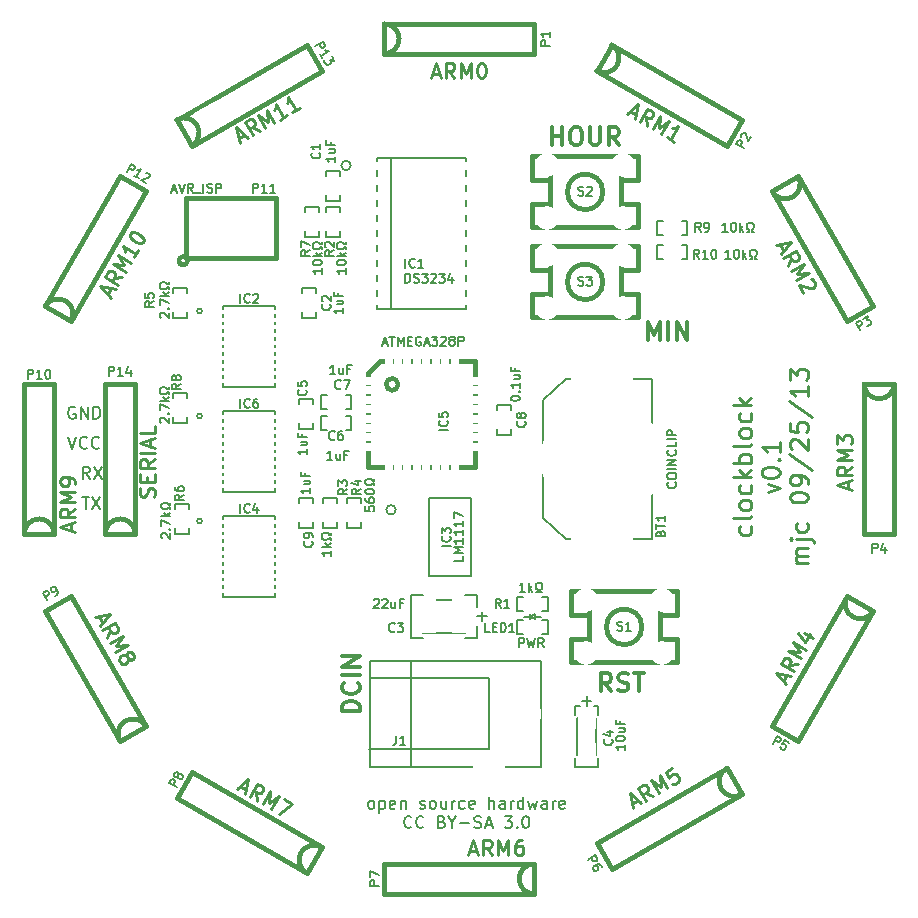
<source format=gto>
G04 (created by PCBNEW (2013-07-07 BZR 4022)-stable) date 10/7/2013 10:29:13 PM*
%MOIN*%
G04 Gerber Fmt 3.4, Leading zero omitted, Abs format*
%FSLAX34Y34*%
G01*
G70*
G90*
G04 APERTURE LIST*
%ADD10C,0.006*%
%ADD11C,0.008*%
%ADD12C,0.01*%
%ADD13C,0.015*%
%ADD14C,0.005*%
%ADD15C,0.00787402*%
%ADD16C,0.012*%
%ADD17R,0.0671X0.0277*%
%ADD18R,0.0277X0.0671*%
%ADD19C,0.0788661*%
%ADD20R,0.0946142X0.0552441*%
%ADD21R,0.0946142X0.145795*%
%ADD22R,0.0859528X0.0288661*%
%ADD23R,0.0788661X0.0788661*%
%ADD24C,0.409575*%
%ADD25R,0.208787X0.106425*%
%ADD26C,0.110362*%
%ADD27R,0.0749291X0.0749291*%
%ADD28C,0.0749291*%
%ADD29R,0.0709921X0.114299*%
%ADD30R,0.0631181X0.0729606*%
%ADD31R,0.0355591X0.0355591*%
%ADD32R,0.0685039X0.0173228*%
%ADD33R,0.109134X0.135906*%
G04 APERTURE END LIST*
G54D10*
G54D11*
X12040Y3338D02*
X12002Y3357D01*
X11983Y3376D01*
X11964Y3414D01*
X11964Y3528D01*
X11983Y3566D01*
X12002Y3585D01*
X12040Y3604D01*
X12097Y3604D01*
X12135Y3585D01*
X12154Y3566D01*
X12173Y3528D01*
X12173Y3414D01*
X12154Y3376D01*
X12135Y3357D01*
X12097Y3338D01*
X12040Y3338D01*
X12345Y3604D02*
X12345Y3204D01*
X12345Y3585D02*
X12383Y3604D01*
X12459Y3604D01*
X12497Y3585D01*
X12516Y3566D01*
X12535Y3528D01*
X12535Y3414D01*
X12516Y3376D01*
X12497Y3357D01*
X12459Y3338D01*
X12383Y3338D01*
X12345Y3357D01*
X12859Y3357D02*
X12821Y3338D01*
X12745Y3338D01*
X12707Y3357D01*
X12688Y3395D01*
X12688Y3547D01*
X12707Y3585D01*
X12745Y3604D01*
X12821Y3604D01*
X12859Y3585D01*
X12878Y3547D01*
X12878Y3509D01*
X12688Y3471D01*
X13050Y3604D02*
X13050Y3338D01*
X13050Y3566D02*
X13069Y3585D01*
X13107Y3604D01*
X13164Y3604D01*
X13202Y3585D01*
X13221Y3547D01*
X13221Y3338D01*
X13697Y3357D02*
X13735Y3338D01*
X13811Y3338D01*
X13850Y3357D01*
X13869Y3395D01*
X13869Y3414D01*
X13850Y3452D01*
X13811Y3471D01*
X13754Y3471D01*
X13716Y3490D01*
X13697Y3528D01*
X13697Y3547D01*
X13716Y3585D01*
X13754Y3604D01*
X13811Y3604D01*
X13850Y3585D01*
X14097Y3338D02*
X14059Y3357D01*
X14040Y3376D01*
X14021Y3414D01*
X14021Y3528D01*
X14040Y3566D01*
X14059Y3585D01*
X14097Y3604D01*
X14154Y3604D01*
X14192Y3585D01*
X14211Y3566D01*
X14230Y3528D01*
X14230Y3414D01*
X14211Y3376D01*
X14192Y3357D01*
X14154Y3338D01*
X14097Y3338D01*
X14573Y3604D02*
X14573Y3338D01*
X14402Y3604D02*
X14402Y3395D01*
X14421Y3357D01*
X14459Y3338D01*
X14516Y3338D01*
X14554Y3357D01*
X14573Y3376D01*
X14764Y3338D02*
X14764Y3604D01*
X14764Y3528D02*
X14783Y3566D01*
X14802Y3585D01*
X14840Y3604D01*
X14878Y3604D01*
X15183Y3357D02*
X15145Y3338D01*
X15069Y3338D01*
X15030Y3357D01*
X15011Y3376D01*
X14992Y3414D01*
X14992Y3528D01*
X15011Y3566D01*
X15030Y3585D01*
X15069Y3604D01*
X15145Y3604D01*
X15183Y3585D01*
X15507Y3357D02*
X15469Y3338D01*
X15392Y3338D01*
X15354Y3357D01*
X15335Y3395D01*
X15335Y3547D01*
X15354Y3585D01*
X15392Y3604D01*
X15469Y3604D01*
X15507Y3585D01*
X15526Y3547D01*
X15526Y3509D01*
X15335Y3471D01*
X16002Y3338D02*
X16002Y3738D01*
X16173Y3338D02*
X16173Y3547D01*
X16154Y3585D01*
X16116Y3604D01*
X16059Y3604D01*
X16021Y3585D01*
X16002Y3566D01*
X16535Y3338D02*
X16535Y3547D01*
X16516Y3585D01*
X16478Y3604D01*
X16402Y3604D01*
X16364Y3585D01*
X16535Y3357D02*
X16497Y3338D01*
X16402Y3338D01*
X16364Y3357D01*
X16345Y3395D01*
X16345Y3433D01*
X16364Y3471D01*
X16402Y3490D01*
X16497Y3490D01*
X16535Y3509D01*
X16726Y3338D02*
X16726Y3604D01*
X16726Y3528D02*
X16745Y3566D01*
X16764Y3585D01*
X16802Y3604D01*
X16840Y3604D01*
X17145Y3338D02*
X17145Y3738D01*
X17145Y3357D02*
X17107Y3338D01*
X17030Y3338D01*
X16992Y3357D01*
X16973Y3376D01*
X16954Y3414D01*
X16954Y3528D01*
X16973Y3566D01*
X16992Y3585D01*
X17030Y3604D01*
X17107Y3604D01*
X17145Y3585D01*
X17297Y3604D02*
X17373Y3338D01*
X17449Y3528D01*
X17526Y3338D01*
X17602Y3604D01*
X17926Y3338D02*
X17926Y3547D01*
X17907Y3585D01*
X17869Y3604D01*
X17792Y3604D01*
X17754Y3585D01*
X17926Y3357D02*
X17888Y3338D01*
X17792Y3338D01*
X17754Y3357D01*
X17735Y3395D01*
X17735Y3433D01*
X17754Y3471D01*
X17792Y3490D01*
X17888Y3490D01*
X17926Y3509D01*
X18116Y3338D02*
X18116Y3604D01*
X18116Y3528D02*
X18135Y3566D01*
X18154Y3585D01*
X18192Y3604D01*
X18230Y3604D01*
X18516Y3357D02*
X18478Y3338D01*
X18402Y3338D01*
X18364Y3357D01*
X18345Y3395D01*
X18345Y3547D01*
X18364Y3585D01*
X18402Y3604D01*
X18478Y3604D01*
X18516Y3585D01*
X18535Y3547D01*
X18535Y3509D01*
X18345Y3471D01*
X13411Y2736D02*
X13392Y2717D01*
X13335Y2698D01*
X13297Y2698D01*
X13240Y2717D01*
X13202Y2755D01*
X13183Y2793D01*
X13164Y2869D01*
X13164Y2926D01*
X13183Y3002D01*
X13202Y3040D01*
X13240Y3079D01*
X13297Y3098D01*
X13335Y3098D01*
X13392Y3079D01*
X13411Y3060D01*
X13811Y2736D02*
X13792Y2717D01*
X13735Y2698D01*
X13697Y2698D01*
X13640Y2717D01*
X13602Y2755D01*
X13583Y2793D01*
X13564Y2869D01*
X13564Y2926D01*
X13583Y3002D01*
X13602Y3040D01*
X13640Y3079D01*
X13697Y3098D01*
X13735Y3098D01*
X13792Y3079D01*
X13811Y3060D01*
X14421Y2907D02*
X14478Y2888D01*
X14497Y2869D01*
X14516Y2831D01*
X14516Y2774D01*
X14497Y2736D01*
X14478Y2717D01*
X14440Y2698D01*
X14288Y2698D01*
X14288Y3098D01*
X14421Y3098D01*
X14459Y3079D01*
X14478Y3060D01*
X14497Y3021D01*
X14497Y2983D01*
X14478Y2945D01*
X14459Y2926D01*
X14421Y2907D01*
X14288Y2907D01*
X14764Y2888D02*
X14764Y2698D01*
X14630Y3098D02*
X14764Y2888D01*
X14897Y3098D01*
X15030Y2850D02*
X15335Y2850D01*
X15507Y2717D02*
X15564Y2698D01*
X15659Y2698D01*
X15697Y2717D01*
X15716Y2736D01*
X15735Y2774D01*
X15735Y2812D01*
X15716Y2850D01*
X15697Y2869D01*
X15659Y2888D01*
X15583Y2907D01*
X15545Y2926D01*
X15526Y2945D01*
X15507Y2983D01*
X15507Y3021D01*
X15526Y3060D01*
X15545Y3079D01*
X15583Y3098D01*
X15678Y3098D01*
X15735Y3079D01*
X15888Y2812D02*
X16078Y2812D01*
X15850Y2698D02*
X15983Y3098D01*
X16116Y2698D01*
X16516Y3098D02*
X16764Y3098D01*
X16630Y2945D01*
X16688Y2945D01*
X16726Y2926D01*
X16745Y2907D01*
X16764Y2869D01*
X16764Y2774D01*
X16745Y2736D01*
X16726Y2717D01*
X16688Y2698D01*
X16573Y2698D01*
X16535Y2717D01*
X16516Y2736D01*
X16935Y2736D02*
X16954Y2717D01*
X16935Y2698D01*
X16916Y2717D01*
X16935Y2736D01*
X16935Y2698D01*
X17202Y3098D02*
X17240Y3098D01*
X17278Y3079D01*
X17297Y3060D01*
X17316Y3021D01*
X17335Y2945D01*
X17335Y2850D01*
X17316Y2774D01*
X17297Y2736D01*
X17278Y2717D01*
X17240Y2698D01*
X17202Y2698D01*
X17164Y2717D01*
X17145Y2736D01*
X17126Y2774D01*
X17107Y2850D01*
X17107Y2945D01*
X17126Y3021D01*
X17145Y3060D01*
X17164Y3079D01*
X17202Y3098D01*
G54D12*
X24714Y12764D02*
X24742Y12707D01*
X24742Y12592D01*
X24714Y12535D01*
X24685Y12507D01*
X24628Y12478D01*
X24457Y12478D01*
X24400Y12507D01*
X24371Y12535D01*
X24342Y12592D01*
X24342Y12707D01*
X24371Y12764D01*
X24742Y13107D02*
X24714Y13050D01*
X24657Y13021D01*
X24142Y13021D01*
X24742Y13421D02*
X24714Y13364D01*
X24685Y13335D01*
X24628Y13307D01*
X24457Y13307D01*
X24400Y13335D01*
X24371Y13364D01*
X24342Y13421D01*
X24342Y13507D01*
X24371Y13564D01*
X24400Y13592D01*
X24457Y13621D01*
X24628Y13621D01*
X24685Y13592D01*
X24714Y13564D01*
X24742Y13507D01*
X24742Y13421D01*
X24714Y14135D02*
X24742Y14078D01*
X24742Y13964D01*
X24714Y13907D01*
X24685Y13878D01*
X24628Y13850D01*
X24457Y13850D01*
X24400Y13878D01*
X24371Y13907D01*
X24342Y13964D01*
X24342Y14078D01*
X24371Y14135D01*
X24742Y14392D02*
X24142Y14392D01*
X24514Y14450D02*
X24742Y14621D01*
X24342Y14621D02*
X24571Y14392D01*
X24742Y14878D02*
X24142Y14878D01*
X24371Y14878D02*
X24342Y14935D01*
X24342Y15050D01*
X24371Y15107D01*
X24400Y15135D01*
X24457Y15164D01*
X24628Y15164D01*
X24685Y15135D01*
X24714Y15107D01*
X24742Y15050D01*
X24742Y14935D01*
X24714Y14878D01*
X24742Y15507D02*
X24714Y15450D01*
X24657Y15421D01*
X24142Y15421D01*
X24742Y15821D02*
X24714Y15764D01*
X24685Y15735D01*
X24628Y15707D01*
X24457Y15707D01*
X24400Y15735D01*
X24371Y15764D01*
X24342Y15821D01*
X24342Y15907D01*
X24371Y15964D01*
X24400Y15992D01*
X24457Y16021D01*
X24628Y16021D01*
X24685Y15992D01*
X24714Y15964D01*
X24742Y15907D01*
X24742Y15821D01*
X24714Y16535D02*
X24742Y16478D01*
X24742Y16364D01*
X24714Y16307D01*
X24685Y16278D01*
X24628Y16250D01*
X24457Y16250D01*
X24400Y16278D01*
X24371Y16307D01*
X24342Y16364D01*
X24342Y16478D01*
X24371Y16535D01*
X24742Y16792D02*
X24142Y16792D01*
X24514Y16850D02*
X24742Y17021D01*
X24342Y17021D02*
X24571Y16792D01*
X25282Y13892D02*
X25682Y14035D01*
X25282Y14178D01*
X25082Y14521D02*
X25082Y14578D01*
X25111Y14635D01*
X25140Y14664D01*
X25197Y14692D01*
X25311Y14721D01*
X25454Y14721D01*
X25568Y14692D01*
X25625Y14664D01*
X25654Y14635D01*
X25682Y14578D01*
X25682Y14521D01*
X25654Y14464D01*
X25625Y14435D01*
X25568Y14407D01*
X25454Y14378D01*
X25311Y14378D01*
X25197Y14407D01*
X25140Y14435D01*
X25111Y14464D01*
X25082Y14521D01*
X25625Y14978D02*
X25654Y15007D01*
X25682Y14978D01*
X25654Y14950D01*
X25625Y14978D01*
X25682Y14978D01*
X25682Y15578D02*
X25682Y15235D01*
X25682Y15407D02*
X25082Y15407D01*
X25168Y15350D01*
X25225Y15292D01*
X25254Y15235D01*
X26622Y11521D02*
X26222Y11521D01*
X26280Y11521D02*
X26251Y11550D01*
X26222Y11607D01*
X26222Y11692D01*
X26251Y11750D01*
X26308Y11778D01*
X26622Y11778D01*
X26308Y11778D02*
X26251Y11807D01*
X26222Y11864D01*
X26222Y11950D01*
X26251Y12007D01*
X26308Y12035D01*
X26622Y12035D01*
X26222Y12321D02*
X26737Y12321D01*
X26794Y12292D01*
X26822Y12235D01*
X26822Y12207D01*
X26022Y12321D02*
X26051Y12292D01*
X26080Y12321D01*
X26051Y12350D01*
X26022Y12321D01*
X26080Y12321D01*
X26594Y12864D02*
X26622Y12807D01*
X26622Y12692D01*
X26594Y12635D01*
X26565Y12607D01*
X26508Y12578D01*
X26337Y12578D01*
X26280Y12607D01*
X26251Y12635D01*
X26222Y12692D01*
X26222Y12807D01*
X26251Y12864D01*
X26022Y13692D02*
X26022Y13750D01*
X26051Y13807D01*
X26080Y13835D01*
X26137Y13864D01*
X26251Y13892D01*
X26394Y13892D01*
X26508Y13864D01*
X26565Y13835D01*
X26594Y13807D01*
X26622Y13750D01*
X26622Y13692D01*
X26594Y13635D01*
X26565Y13607D01*
X26508Y13578D01*
X26394Y13550D01*
X26251Y13550D01*
X26137Y13578D01*
X26080Y13607D01*
X26051Y13635D01*
X26022Y13692D01*
X26622Y14178D02*
X26622Y14292D01*
X26594Y14350D01*
X26565Y14378D01*
X26480Y14435D01*
X26365Y14464D01*
X26137Y14464D01*
X26080Y14435D01*
X26051Y14407D01*
X26022Y14350D01*
X26022Y14235D01*
X26051Y14178D01*
X26080Y14150D01*
X26137Y14121D01*
X26280Y14121D01*
X26337Y14150D01*
X26365Y14178D01*
X26394Y14235D01*
X26394Y14350D01*
X26365Y14407D01*
X26337Y14435D01*
X26280Y14464D01*
X25994Y15150D02*
X26765Y14635D01*
X26080Y15321D02*
X26051Y15350D01*
X26022Y15407D01*
X26022Y15550D01*
X26051Y15607D01*
X26080Y15635D01*
X26137Y15664D01*
X26194Y15664D01*
X26280Y15635D01*
X26622Y15292D01*
X26622Y15664D01*
X26022Y16207D02*
X26022Y15921D01*
X26308Y15892D01*
X26280Y15921D01*
X26251Y15978D01*
X26251Y16121D01*
X26280Y16178D01*
X26308Y16207D01*
X26365Y16235D01*
X26508Y16235D01*
X26565Y16207D01*
X26594Y16178D01*
X26622Y16121D01*
X26622Y15978D01*
X26594Y15921D01*
X26565Y15892D01*
X25994Y16921D02*
X26765Y16407D01*
X26622Y17435D02*
X26622Y17092D01*
X26622Y17264D02*
X26022Y17264D01*
X26108Y17207D01*
X26165Y17150D01*
X26194Y17092D01*
X26022Y17635D02*
X26022Y18007D01*
X26251Y17807D01*
X26251Y17892D01*
X26280Y17950D01*
X26308Y17978D01*
X26365Y18007D01*
X26508Y18007D01*
X26565Y17978D01*
X26594Y17950D01*
X26622Y17892D01*
X26622Y17721D01*
X26594Y17664D01*
X26565Y17635D01*
G54D11*
X2195Y16719D02*
X2157Y16738D01*
X2100Y16738D01*
X2042Y16719D01*
X2004Y16680D01*
X1985Y16642D01*
X1966Y16566D01*
X1966Y16509D01*
X1985Y16433D01*
X2004Y16395D01*
X2042Y16357D01*
X2100Y16338D01*
X2138Y16338D01*
X2195Y16357D01*
X2214Y16376D01*
X2214Y16509D01*
X2138Y16509D01*
X2385Y16338D02*
X2385Y16738D01*
X2614Y16338D01*
X2614Y16738D01*
X2804Y16338D02*
X2804Y16738D01*
X2900Y16738D01*
X2957Y16719D01*
X2995Y16680D01*
X3014Y16642D01*
X3033Y16566D01*
X3033Y16509D01*
X3014Y16433D01*
X2995Y16395D01*
X2957Y16357D01*
X2900Y16338D01*
X2804Y16338D01*
X1966Y15738D02*
X2100Y15338D01*
X2233Y15738D01*
X2595Y15376D02*
X2576Y15357D01*
X2519Y15338D01*
X2480Y15338D01*
X2423Y15357D01*
X2385Y15395D01*
X2366Y15433D01*
X2347Y15509D01*
X2347Y15566D01*
X2366Y15642D01*
X2385Y15680D01*
X2423Y15719D01*
X2480Y15738D01*
X2519Y15738D01*
X2576Y15719D01*
X2595Y15700D01*
X2995Y15376D02*
X2976Y15357D01*
X2919Y15338D01*
X2880Y15338D01*
X2823Y15357D01*
X2785Y15395D01*
X2766Y15433D01*
X2747Y15509D01*
X2747Y15566D01*
X2766Y15642D01*
X2785Y15680D01*
X2823Y15719D01*
X2880Y15738D01*
X2919Y15738D01*
X2976Y15719D01*
X2995Y15700D01*
X2683Y14338D02*
X2550Y14528D01*
X2454Y14338D02*
X2454Y14738D01*
X2607Y14738D01*
X2645Y14719D01*
X2664Y14700D01*
X2683Y14661D01*
X2683Y14604D01*
X2664Y14566D01*
X2645Y14547D01*
X2607Y14528D01*
X2454Y14528D01*
X2816Y14738D02*
X3083Y14338D01*
X3083Y14738D02*
X2816Y14338D01*
X2445Y13738D02*
X2673Y13738D01*
X2559Y13338D02*
X2559Y13738D01*
X2769Y13738D02*
X3035Y13338D01*
X3035Y13738D02*
X2769Y13338D01*
G54D13*
X12963Y17484D02*
G75*
G03X12963Y17484I-197J0D01*
G74*
G01*
X11978Y17878D02*
X12372Y18272D01*
X12372Y18272D02*
X15522Y18272D01*
X15522Y18272D02*
X15522Y14728D01*
X15522Y14728D02*
X11978Y14728D01*
X11978Y14728D02*
X11978Y17878D01*
X21681Y8218D02*
X22271Y8218D01*
X22271Y8218D02*
X22271Y9006D01*
X22271Y9006D02*
X21681Y9006D01*
X21681Y10581D02*
X22271Y10581D01*
X22271Y10581D02*
X22271Y9793D01*
X22271Y9793D02*
X21681Y9793D01*
X19318Y8218D02*
X18728Y8218D01*
X18728Y8218D02*
X18728Y9006D01*
X18728Y9006D02*
X19318Y9006D01*
X19318Y9793D02*
X18728Y9793D01*
X19318Y10581D02*
X18728Y10581D01*
X18728Y10581D02*
X18728Y9793D01*
X21090Y9400D02*
G75*
G03X21090Y9400I-590J0D01*
G74*
G01*
X19318Y10581D02*
X19318Y8218D01*
X19318Y8218D02*
X21681Y8218D01*
X21681Y8218D02*
X21681Y10581D01*
X21681Y10581D02*
X19318Y10581D01*
G54D11*
X12888Y13305D02*
G75*
G03X12888Y13305I-157J0D01*
G74*
G01*
X13991Y13699D02*
X15408Y13699D01*
X15408Y13699D02*
X15408Y11100D01*
X15408Y11100D02*
X13991Y11100D01*
X13991Y11100D02*
X13991Y13699D01*
X11387Y24783D02*
G75*
G03X11387Y24783I-157J0D01*
G74*
G01*
X12726Y25019D02*
X12726Y19980D01*
X12253Y19980D02*
X15246Y19980D01*
X15246Y19980D02*
X15246Y25019D01*
X15246Y25019D02*
X12253Y25019D01*
X12253Y25019D02*
X12253Y19980D01*
G54D13*
X24415Y3816D02*
X20084Y1316D01*
X20084Y1316D02*
X19584Y2183D01*
X19584Y2183D02*
X23915Y4683D01*
X23732Y4000D02*
G75*
G03X24415Y3816I433J249D01*
G74*
G01*
X23915Y4683D02*
G75*
G03X23732Y4000I250J-433D01*
G74*
G01*
X24415Y3816D02*
X23915Y4683D01*
X5584Y26303D02*
X9915Y28803D01*
X9915Y28803D02*
X10415Y27936D01*
X10415Y27936D02*
X6084Y25436D01*
X6267Y26119D02*
G75*
G03X5584Y26303I-433J-249D01*
G74*
G01*
X6084Y25436D02*
G75*
G03X6267Y26119I-250J433D01*
G74*
G01*
X5584Y26303D02*
X6084Y25436D01*
X1196Y20084D02*
X3696Y24415D01*
X3696Y24415D02*
X4563Y23915D01*
X4563Y23915D02*
X2063Y19584D01*
X1880Y20267D02*
G75*
G03X1196Y20084I-250J-433D01*
G74*
G01*
X2063Y19584D02*
G75*
G03X1880Y20267I-433J249D01*
G74*
G01*
X1196Y20084D02*
X2063Y19584D01*
X500Y12500D02*
X500Y17500D01*
X500Y17500D02*
X1500Y17500D01*
X1500Y17500D02*
X1500Y12500D01*
X1000Y13000D02*
G75*
G03X500Y12500I0J-500D01*
G74*
G01*
X1500Y12500D02*
G75*
G03X1000Y13000I-500J0D01*
G74*
G01*
X500Y12500D02*
X1500Y12500D01*
X3696Y5584D02*
X1196Y9915D01*
X1196Y9915D02*
X2063Y10415D01*
X2063Y10415D02*
X4563Y6084D01*
X3880Y6267D02*
G75*
G03X3696Y5584I250J-433D01*
G74*
G01*
X4563Y6084D02*
G75*
G03X3880Y6267I-433J-249D01*
G74*
G01*
X3696Y5584D02*
X4563Y6084D01*
X9915Y1196D02*
X5584Y3696D01*
X5584Y3696D02*
X6084Y4563D01*
X6084Y4563D02*
X10415Y2063D01*
X9732Y1879D02*
G75*
G03X9915Y1196I433J-249D01*
G74*
G01*
X10415Y2063D02*
G75*
G03X9732Y1879I-250J-433D01*
G74*
G01*
X9915Y1196D02*
X10415Y2063D01*
X17500Y500D02*
X12500Y500D01*
X12500Y500D02*
X12500Y1500D01*
X12500Y1500D02*
X17500Y1500D01*
X17000Y1000D02*
G75*
G03X17500Y500I500J0D01*
G74*
G01*
X17500Y1500D02*
G75*
G03X17000Y1000I0J-500D01*
G74*
G01*
X17500Y500D02*
X17500Y1500D01*
X28803Y9915D02*
X26303Y5584D01*
X26303Y5584D02*
X25436Y6084D01*
X25436Y6084D02*
X27936Y10415D01*
X28120Y9732D02*
G75*
G03X28803Y9915I249J433D01*
G74*
G01*
X27936Y10415D02*
G75*
G03X28120Y9732I433J-249D01*
G74*
G01*
X28803Y9915D02*
X27936Y10415D01*
X29500Y17500D02*
X29500Y12500D01*
X29500Y12500D02*
X28500Y12500D01*
X28500Y12500D02*
X28500Y17500D01*
X29000Y17000D02*
G75*
G03X29500Y17500I0J500D01*
G74*
G01*
X28500Y17500D02*
G75*
G03X29000Y17000I500J0D01*
G74*
G01*
X29500Y17500D02*
X28500Y17500D01*
X26303Y24415D02*
X28803Y20084D01*
X28803Y20084D02*
X27936Y19584D01*
X27936Y19584D02*
X25436Y23915D01*
X26120Y23732D02*
G75*
G03X26303Y24415I-250J433D01*
G74*
G01*
X25436Y23915D02*
G75*
G03X26120Y23732I433J249D01*
G74*
G01*
X26303Y24415D02*
X25436Y23915D01*
X20084Y28803D02*
X24415Y26303D01*
X24415Y26303D02*
X23915Y25436D01*
X23915Y25436D02*
X19584Y27936D01*
X20267Y28120D02*
G75*
G03X20084Y28803I-433J249D01*
G74*
G01*
X19584Y27936D02*
G75*
G03X20267Y28120I249J433D01*
G74*
G01*
X20084Y28803D02*
X19584Y27936D01*
X12500Y29500D02*
X17500Y29500D01*
X17500Y29500D02*
X17500Y28500D01*
X17500Y28500D02*
X12500Y28500D01*
X13000Y29000D02*
G75*
G03X12500Y29500I-500J0D01*
G74*
G01*
X12500Y28500D02*
G75*
G03X13000Y29000I0J500D01*
G74*
G01*
X12500Y29500D02*
X12500Y28500D01*
G54D11*
X18568Y12342D02*
X17781Y13031D01*
X17781Y13031D02*
X17781Y16968D01*
X17781Y16968D02*
X18568Y17657D01*
X18568Y17657D02*
X21423Y17657D01*
X21423Y17657D02*
X21423Y12342D01*
X21423Y12342D02*
X18568Y12342D01*
X12023Y7681D02*
X16000Y7681D01*
X16000Y7681D02*
X16000Y5318D01*
X16000Y5318D02*
X11984Y5318D01*
X13401Y4728D02*
X13401Y8271D01*
X17732Y4728D02*
X17732Y8271D01*
X17732Y8271D02*
X12023Y8271D01*
X12023Y8271D02*
X12023Y4728D01*
X12023Y4728D02*
X17732Y4728D01*
G54D13*
X5941Y21600D02*
G75*
G03X5941Y21600I-141J0D01*
G74*
G01*
X5900Y23700D02*
X5900Y21700D01*
X5900Y21700D02*
X8900Y21700D01*
X8900Y21700D02*
X8900Y23700D01*
X8900Y23700D02*
X5900Y23700D01*
G54D11*
X13397Y9435D02*
X13397Y10458D01*
X13397Y10458D02*
X13791Y10458D01*
X13791Y9041D02*
X13397Y9041D01*
X13397Y9041D02*
X13397Y9435D01*
X15602Y9435D02*
X15602Y9041D01*
X15602Y9041D02*
X15208Y9041D01*
X15602Y10064D02*
X15602Y10458D01*
X15602Y10458D02*
X15208Y10458D01*
X15759Y9907D02*
X15759Y9592D01*
X15917Y9750D02*
X15602Y9750D01*
X15208Y9198D02*
X15208Y10301D01*
X15208Y10301D02*
X13791Y10301D01*
X13791Y10301D02*
X13791Y9198D01*
X13791Y9198D02*
X15208Y9198D01*
X19643Y5041D02*
X19643Y4726D01*
X19643Y4726D02*
X18856Y4726D01*
X18856Y4726D02*
X18856Y5041D01*
X19486Y6773D02*
X19643Y6773D01*
X19643Y6773D02*
X19643Y6458D01*
X19013Y6773D02*
X18856Y6773D01*
X18856Y6773D02*
X18856Y6458D01*
X19564Y6379D02*
X18935Y6379D01*
X18935Y6379D02*
X18935Y5120D01*
X18935Y5120D02*
X19564Y5120D01*
X19564Y5120D02*
X19564Y6379D01*
X19092Y6931D02*
X19407Y6931D01*
X19250Y7088D02*
X19250Y6773D01*
G54D14*
X17361Y9744D02*
X17164Y9744D01*
X17518Y9744D02*
X17715Y9744D01*
X17361Y9744D02*
X17518Y9823D01*
X17518Y9823D02*
X17518Y9665D01*
X17518Y9665D02*
X17361Y9744D01*
X17361Y9665D02*
X17361Y9823D01*
G54D15*
X16928Y9153D02*
X16928Y9626D01*
X16928Y9626D02*
X17125Y9626D01*
X16928Y9153D02*
X17125Y9153D01*
X17951Y9626D02*
X17951Y9153D01*
X17951Y9153D02*
X17754Y9153D01*
X17951Y9626D02*
X17754Y9626D01*
X11411Y17136D02*
X11411Y16663D01*
X11411Y16663D02*
X11214Y16663D01*
X11411Y17136D02*
X11214Y17136D01*
X10388Y16663D02*
X10388Y17136D01*
X10388Y17136D02*
X10585Y17136D01*
X10388Y16663D02*
X10585Y16663D01*
X5463Y17211D02*
X5936Y17211D01*
X5936Y17211D02*
X5936Y17014D01*
X5463Y17211D02*
X5463Y17014D01*
X5936Y16188D02*
X5463Y16188D01*
X5463Y16188D02*
X5463Y16385D01*
X5936Y16188D02*
X5936Y16385D01*
X9663Y13711D02*
X10136Y13711D01*
X10136Y13711D02*
X10136Y13514D01*
X9663Y13711D02*
X9663Y13514D01*
X10136Y12688D02*
X9663Y12688D01*
X9663Y12688D02*
X9663Y12885D01*
X10136Y12688D02*
X10136Y12885D01*
X9663Y17011D02*
X10136Y17011D01*
X10136Y17011D02*
X10136Y16814D01*
X9663Y17011D02*
X9663Y16814D01*
X10136Y15988D02*
X9663Y15988D01*
X9663Y15988D02*
X9663Y16185D01*
X10136Y15988D02*
X10136Y16185D01*
X11411Y16436D02*
X11411Y15963D01*
X11411Y15963D02*
X11214Y15963D01*
X11411Y16436D02*
X11214Y16436D01*
X10388Y15963D02*
X10388Y16436D01*
X10388Y16436D02*
X10585Y16436D01*
X10388Y15963D02*
X10585Y15963D01*
X5513Y13511D02*
X5986Y13511D01*
X5986Y13511D02*
X5986Y13314D01*
X5513Y13511D02*
X5513Y13314D01*
X5986Y12488D02*
X5513Y12488D01*
X5513Y12488D02*
X5513Y12685D01*
X5986Y12488D02*
X5986Y12685D01*
X10463Y13711D02*
X10936Y13711D01*
X10936Y13711D02*
X10936Y13514D01*
X10463Y13711D02*
X10463Y13514D01*
X10936Y12688D02*
X10463Y12688D01*
X10463Y12688D02*
X10463Y12885D01*
X10936Y12688D02*
X10936Y12885D01*
X9763Y20711D02*
X10236Y20711D01*
X10236Y20711D02*
X10236Y20514D01*
X9763Y20711D02*
X9763Y20514D01*
X10236Y19688D02*
X9763Y19688D01*
X9763Y19688D02*
X9763Y19885D01*
X10236Y19688D02*
X10236Y19885D01*
X10563Y23411D02*
X11036Y23411D01*
X11036Y23411D02*
X11036Y23214D01*
X10563Y23411D02*
X10563Y23214D01*
X11036Y22388D02*
X10563Y22388D01*
X10563Y22388D02*
X10563Y22585D01*
X11036Y22388D02*
X11036Y22585D01*
X5463Y20711D02*
X5936Y20711D01*
X5936Y20711D02*
X5936Y20514D01*
X5463Y20711D02*
X5463Y20514D01*
X5936Y19688D02*
X5463Y19688D01*
X5463Y19688D02*
X5463Y19885D01*
X5936Y19688D02*
X5936Y19885D01*
X16928Y9923D02*
X16928Y10396D01*
X16928Y10396D02*
X17125Y10396D01*
X16928Y9923D02*
X17125Y9923D01*
X17951Y10396D02*
X17951Y9923D01*
X17951Y9923D02*
X17754Y9923D01*
X17951Y10396D02*
X17754Y10396D01*
X16736Y15788D02*
X16263Y15788D01*
X16263Y15788D02*
X16263Y15985D01*
X16736Y15788D02*
X16736Y15985D01*
X16263Y16811D02*
X16736Y16811D01*
X16736Y16811D02*
X16736Y16614D01*
X16263Y16811D02*
X16263Y16614D01*
X10563Y24611D02*
X11036Y24611D01*
X11036Y24611D02*
X11036Y24414D01*
X10563Y24611D02*
X10563Y24414D01*
X11036Y23588D02*
X10563Y23588D01*
X10563Y23588D02*
X10563Y23785D01*
X11036Y23588D02*
X11036Y23785D01*
X10336Y22388D02*
X9863Y22388D01*
X9863Y22388D02*
X9863Y22585D01*
X10336Y22388D02*
X10336Y22585D01*
X9863Y23411D02*
X10336Y23411D01*
X10336Y23411D02*
X10336Y23214D01*
X9863Y23411D02*
X9863Y23214D01*
X11736Y12688D02*
X11263Y12688D01*
X11263Y12688D02*
X11263Y12885D01*
X11736Y12688D02*
X11736Y12885D01*
X11263Y13711D02*
X11736Y13711D01*
X11736Y13711D02*
X11736Y13514D01*
X11263Y13711D02*
X11263Y13514D01*
G54D13*
X20381Y22718D02*
X20971Y22718D01*
X20971Y22718D02*
X20971Y23506D01*
X20971Y23506D02*
X20381Y23506D01*
X20381Y25081D02*
X20971Y25081D01*
X20971Y25081D02*
X20971Y24293D01*
X20971Y24293D02*
X20381Y24293D01*
X18018Y22718D02*
X17428Y22718D01*
X17428Y22718D02*
X17428Y23506D01*
X17428Y23506D02*
X18018Y23506D01*
X18018Y24293D02*
X17428Y24293D01*
X18018Y25081D02*
X17428Y25081D01*
X17428Y25081D02*
X17428Y24293D01*
X19790Y23900D02*
G75*
G03X19790Y23900I-590J0D01*
G74*
G01*
X18018Y25081D02*
X18018Y22718D01*
X18018Y22718D02*
X20381Y22718D01*
X20381Y22718D02*
X20381Y25081D01*
X20381Y25081D02*
X18018Y25081D01*
X20381Y19718D02*
X20971Y19718D01*
X20971Y19718D02*
X20971Y20506D01*
X20971Y20506D02*
X20381Y20506D01*
X20381Y22081D02*
X20971Y22081D01*
X20971Y22081D02*
X20971Y21293D01*
X20971Y21293D02*
X20381Y21293D01*
X18018Y19718D02*
X17428Y19718D01*
X17428Y19718D02*
X17428Y20506D01*
X17428Y20506D02*
X18018Y20506D01*
X18018Y21293D02*
X17428Y21293D01*
X18018Y22081D02*
X17428Y22081D01*
X17428Y22081D02*
X17428Y21293D01*
X19790Y20900D02*
G75*
G03X19790Y20900I-590J0D01*
G74*
G01*
X18018Y22081D02*
X18018Y19718D01*
X18018Y19718D02*
X20381Y19718D01*
X20381Y19718D02*
X20381Y22081D01*
X20381Y22081D02*
X18018Y22081D01*
X3200Y12500D02*
X3200Y17500D01*
X3200Y17500D02*
X4200Y17500D01*
X4200Y17500D02*
X4200Y12500D01*
X3700Y13000D02*
G75*
G03X3200Y12500I0J-500D01*
G74*
G01*
X4200Y12500D02*
G75*
G03X3700Y13000I-500J0D01*
G74*
G01*
X3200Y12500D02*
X4200Y12500D01*
G54D15*
X21588Y21663D02*
X21588Y22136D01*
X21588Y22136D02*
X21785Y22136D01*
X21588Y21663D02*
X21785Y21663D01*
X22611Y22136D02*
X22611Y21663D01*
X22611Y21663D02*
X22414Y21663D01*
X22611Y22136D02*
X22414Y22136D01*
X21588Y22463D02*
X21588Y22936D01*
X21588Y22936D02*
X21785Y22936D01*
X21588Y22463D02*
X21785Y22463D01*
X22611Y22936D02*
X22611Y22463D01*
X22611Y22463D02*
X22414Y22463D01*
X22611Y22936D02*
X22414Y22936D01*
G54D11*
X6425Y12931D02*
G75*
G03X6425Y12931I-78J0D01*
G74*
G01*
X7133Y13088D02*
X7133Y10411D01*
X7133Y10411D02*
X8866Y10411D01*
X8866Y10411D02*
X8866Y13088D01*
X8866Y13088D02*
X7133Y13088D01*
X6425Y19931D02*
G75*
G03X6425Y19931I-78J0D01*
G74*
G01*
X7133Y20088D02*
X7133Y17411D01*
X7133Y17411D02*
X8866Y17411D01*
X8866Y17411D02*
X8866Y20088D01*
X8866Y20088D02*
X7133Y20088D01*
X6425Y16431D02*
G75*
G03X6425Y16431I-78J0D01*
G74*
G01*
X7133Y16588D02*
X7133Y13911D01*
X7133Y13911D02*
X8866Y13911D01*
X8866Y13911D02*
X8866Y16588D01*
X8866Y16588D02*
X7133Y16588D01*
G54D10*
X14621Y15957D02*
X14321Y15957D01*
X14592Y16271D02*
X14607Y16257D01*
X14621Y16214D01*
X14621Y16185D01*
X14607Y16142D01*
X14578Y16114D01*
X14550Y16100D01*
X14492Y16085D01*
X14450Y16085D01*
X14392Y16100D01*
X14364Y16114D01*
X14335Y16142D01*
X14321Y16185D01*
X14321Y16214D01*
X14335Y16257D01*
X14350Y16271D01*
X14321Y16542D02*
X14321Y16400D01*
X14464Y16385D01*
X14450Y16400D01*
X14435Y16428D01*
X14435Y16500D01*
X14450Y16528D01*
X14464Y16542D01*
X14492Y16557D01*
X14564Y16557D01*
X14592Y16542D01*
X14607Y16528D01*
X14621Y16500D01*
X14621Y16428D01*
X14607Y16400D01*
X14592Y16385D01*
X12450Y18864D02*
X12592Y18864D01*
X12421Y18778D02*
X12521Y19078D01*
X12621Y18778D01*
X12678Y19078D02*
X12850Y19078D01*
X12764Y18778D02*
X12764Y19078D01*
X12950Y18778D02*
X12950Y19078D01*
X13050Y18864D01*
X13150Y19078D01*
X13150Y18778D01*
X13292Y18935D02*
X13392Y18935D01*
X13435Y18778D02*
X13292Y18778D01*
X13292Y19078D01*
X13435Y19078D01*
X13721Y19064D02*
X13692Y19078D01*
X13650Y19078D01*
X13607Y19064D01*
X13578Y19035D01*
X13564Y19007D01*
X13550Y18950D01*
X13550Y18907D01*
X13564Y18850D01*
X13578Y18821D01*
X13607Y18792D01*
X13650Y18778D01*
X13678Y18778D01*
X13721Y18792D01*
X13735Y18807D01*
X13735Y18907D01*
X13678Y18907D01*
X13850Y18864D02*
X13992Y18864D01*
X13821Y18778D02*
X13921Y19078D01*
X14021Y18778D01*
X14092Y19078D02*
X14278Y19078D01*
X14178Y18964D01*
X14221Y18964D01*
X14250Y18950D01*
X14264Y18935D01*
X14278Y18907D01*
X14278Y18835D01*
X14264Y18807D01*
X14250Y18792D01*
X14221Y18778D01*
X14135Y18778D01*
X14107Y18792D01*
X14092Y18807D01*
X14392Y19050D02*
X14407Y19064D01*
X14435Y19078D01*
X14507Y19078D01*
X14535Y19064D01*
X14550Y19050D01*
X14564Y19021D01*
X14564Y18992D01*
X14550Y18950D01*
X14378Y18778D01*
X14564Y18778D01*
X14735Y18950D02*
X14707Y18964D01*
X14692Y18978D01*
X14678Y19007D01*
X14678Y19021D01*
X14692Y19050D01*
X14707Y19064D01*
X14735Y19078D01*
X14792Y19078D01*
X14821Y19064D01*
X14835Y19050D01*
X14850Y19021D01*
X14850Y19007D01*
X14835Y18978D01*
X14821Y18964D01*
X14792Y18950D01*
X14735Y18950D01*
X14707Y18935D01*
X14692Y18921D01*
X14678Y18892D01*
X14678Y18835D01*
X14692Y18807D01*
X14707Y18792D01*
X14735Y18778D01*
X14792Y18778D01*
X14821Y18792D01*
X14835Y18807D01*
X14850Y18835D01*
X14850Y18892D01*
X14835Y18921D01*
X14821Y18935D01*
X14792Y18950D01*
X14978Y18778D02*
X14978Y19078D01*
X15092Y19078D01*
X15121Y19064D01*
X15135Y19050D01*
X15150Y19021D01*
X15150Y18978D01*
X15135Y18950D01*
X15121Y18935D01*
X15092Y18921D01*
X14978Y18921D01*
X20271Y9292D02*
X20314Y9278D01*
X20385Y9278D01*
X20414Y9292D01*
X20428Y9307D01*
X20442Y9335D01*
X20442Y9364D01*
X20428Y9392D01*
X20414Y9407D01*
X20385Y9421D01*
X20328Y9435D01*
X20300Y9450D01*
X20285Y9464D01*
X20271Y9492D01*
X20271Y9521D01*
X20285Y9550D01*
X20300Y9564D01*
X20328Y9578D01*
X20400Y9578D01*
X20442Y9564D01*
X20728Y9278D02*
X20557Y9278D01*
X20642Y9278D02*
X20642Y9578D01*
X20614Y9535D01*
X20585Y9507D01*
X20557Y9492D01*
G54D16*
X20071Y7257D02*
X19871Y7542D01*
X19728Y7257D02*
X19728Y7857D01*
X19957Y7857D01*
X20014Y7828D01*
X20042Y7800D01*
X20071Y7742D01*
X20071Y7657D01*
X20042Y7600D01*
X20014Y7571D01*
X19957Y7542D01*
X19728Y7542D01*
X20300Y7285D02*
X20385Y7257D01*
X20528Y7257D01*
X20585Y7285D01*
X20614Y7314D01*
X20642Y7371D01*
X20642Y7428D01*
X20614Y7485D01*
X20585Y7514D01*
X20528Y7542D01*
X20414Y7571D01*
X20357Y7600D01*
X20328Y7628D01*
X20300Y7685D01*
X20300Y7742D01*
X20328Y7800D01*
X20357Y7828D01*
X20414Y7857D01*
X20557Y7857D01*
X20642Y7828D01*
X20814Y7857D02*
X21157Y7857D01*
X20985Y7257D02*
X20985Y7857D01*
G54D10*
X14721Y12107D02*
X14421Y12107D01*
X14692Y12421D02*
X14707Y12407D01*
X14721Y12364D01*
X14721Y12335D01*
X14707Y12292D01*
X14678Y12264D01*
X14650Y12250D01*
X14592Y12235D01*
X14550Y12235D01*
X14492Y12250D01*
X14464Y12264D01*
X14435Y12292D01*
X14421Y12335D01*
X14421Y12364D01*
X14435Y12407D01*
X14450Y12421D01*
X14421Y12521D02*
X14421Y12707D01*
X14535Y12607D01*
X14535Y12650D01*
X14550Y12678D01*
X14564Y12692D01*
X14592Y12707D01*
X14664Y12707D01*
X14692Y12692D01*
X14707Y12678D01*
X14721Y12650D01*
X14721Y12564D01*
X14707Y12535D01*
X14692Y12521D01*
X15121Y11750D02*
X15121Y11607D01*
X14821Y11607D01*
X15121Y11850D02*
X14821Y11850D01*
X15035Y11950D01*
X14821Y12050D01*
X15121Y12050D01*
X15121Y12350D02*
X15121Y12178D01*
X15121Y12264D02*
X14821Y12264D01*
X14864Y12235D01*
X14892Y12207D01*
X14907Y12178D01*
X15121Y12635D02*
X15121Y12464D01*
X15121Y12550D02*
X14821Y12550D01*
X14864Y12521D01*
X14892Y12492D01*
X14907Y12464D01*
X15121Y12921D02*
X15121Y12750D01*
X15121Y12835D02*
X14821Y12835D01*
X14864Y12807D01*
X14892Y12778D01*
X14907Y12750D01*
X14821Y13021D02*
X14821Y13221D01*
X15121Y13092D01*
X13207Y21378D02*
X13207Y21678D01*
X13521Y21407D02*
X13507Y21392D01*
X13464Y21378D01*
X13435Y21378D01*
X13392Y21392D01*
X13364Y21421D01*
X13350Y21450D01*
X13335Y21507D01*
X13335Y21550D01*
X13350Y21607D01*
X13364Y21635D01*
X13392Y21664D01*
X13435Y21678D01*
X13464Y21678D01*
X13507Y21664D01*
X13521Y21650D01*
X13807Y21378D02*
X13635Y21378D01*
X13721Y21378D02*
X13721Y21678D01*
X13692Y21635D01*
X13664Y21607D01*
X13635Y21592D01*
X13207Y20878D02*
X13207Y21178D01*
X13278Y21178D01*
X13321Y21164D01*
X13350Y21135D01*
X13364Y21107D01*
X13378Y21050D01*
X13378Y21007D01*
X13364Y20950D01*
X13350Y20921D01*
X13321Y20892D01*
X13278Y20878D01*
X13207Y20878D01*
X13492Y20892D02*
X13535Y20878D01*
X13607Y20878D01*
X13635Y20892D01*
X13650Y20907D01*
X13664Y20935D01*
X13664Y20964D01*
X13650Y20992D01*
X13635Y21007D01*
X13607Y21021D01*
X13550Y21035D01*
X13521Y21050D01*
X13507Y21064D01*
X13492Y21092D01*
X13492Y21121D01*
X13507Y21150D01*
X13521Y21164D01*
X13550Y21178D01*
X13621Y21178D01*
X13664Y21164D01*
X13764Y21178D02*
X13950Y21178D01*
X13850Y21064D01*
X13892Y21064D01*
X13921Y21050D01*
X13935Y21035D01*
X13950Y21007D01*
X13950Y20935D01*
X13935Y20907D01*
X13921Y20892D01*
X13892Y20878D01*
X13807Y20878D01*
X13778Y20892D01*
X13764Y20907D01*
X14064Y21150D02*
X14078Y21164D01*
X14107Y21178D01*
X14178Y21178D01*
X14207Y21164D01*
X14221Y21150D01*
X14235Y21121D01*
X14235Y21092D01*
X14221Y21050D01*
X14050Y20878D01*
X14235Y20878D01*
X14335Y21178D02*
X14521Y21178D01*
X14421Y21064D01*
X14464Y21064D01*
X14492Y21050D01*
X14507Y21035D01*
X14521Y21007D01*
X14521Y20935D01*
X14507Y20907D01*
X14492Y20892D01*
X14464Y20878D01*
X14378Y20878D01*
X14350Y20892D01*
X14335Y20907D01*
X14778Y21078D02*
X14778Y20878D01*
X14707Y21192D02*
X14635Y20978D01*
X14821Y20978D01*
X19284Y1631D02*
X19543Y1781D01*
X19601Y1682D01*
X19602Y1650D01*
X19597Y1630D01*
X19580Y1604D01*
X19543Y1582D01*
X19511Y1580D01*
X19491Y1585D01*
X19464Y1603D01*
X19407Y1702D01*
X19758Y1409D02*
X19729Y1459D01*
X19702Y1476D01*
X19683Y1482D01*
X19632Y1485D01*
X19575Y1469D01*
X19476Y1412D01*
X19458Y1385D01*
X19453Y1366D01*
X19455Y1334D01*
X19484Y1284D01*
X19510Y1267D01*
X19530Y1261D01*
X19562Y1263D01*
X19624Y1299D01*
X19641Y1326D01*
X19646Y1345D01*
X19644Y1377D01*
X19616Y1426D01*
X19589Y1444D01*
X19570Y1449D01*
X19538Y1447D01*
G54D12*
X20756Y3502D02*
X20962Y3621D01*
X20786Y3354D02*
X20681Y3870D01*
X21075Y3521D01*
X21467Y3747D02*
X21203Y3870D01*
X21219Y3604D02*
X20969Y4037D01*
X21134Y4132D01*
X21187Y4135D01*
X21220Y4127D01*
X21264Y4097D01*
X21300Y4036D01*
X21303Y3982D01*
X21294Y3950D01*
X21265Y3905D01*
X21100Y3810D01*
X21652Y3854D02*
X21402Y4287D01*
X21725Y4061D01*
X21691Y4454D01*
X21941Y4021D01*
X22103Y4692D02*
X21897Y4573D01*
X21996Y4355D01*
X22004Y4387D01*
X22034Y4432D01*
X22137Y4491D01*
X22190Y4494D01*
X22222Y4486D01*
X22267Y4456D01*
X22326Y4353D01*
X22329Y4300D01*
X22321Y4267D01*
X22291Y4223D01*
X22188Y4164D01*
X22135Y4160D01*
X22103Y4169D01*
G54D10*
X10212Y28754D02*
X10472Y28904D01*
X10529Y28805D01*
X10531Y28773D01*
X10526Y28754D01*
X10508Y28727D01*
X10471Y28706D01*
X10439Y28704D01*
X10420Y28709D01*
X10393Y28727D01*
X10336Y28826D01*
X10441Y28358D02*
X10355Y28507D01*
X10398Y28433D02*
X10658Y28583D01*
X10606Y28586D01*
X10567Y28596D01*
X10541Y28614D01*
X10751Y28422D02*
X10843Y28261D01*
X10694Y28290D01*
X10716Y28253D01*
X10718Y28221D01*
X10713Y28202D01*
X10695Y28175D01*
X10633Y28140D01*
X10601Y28138D01*
X10582Y28143D01*
X10555Y28160D01*
X10512Y28235D01*
X10510Y28267D01*
X10516Y28286D01*
G54D12*
X7650Y25682D02*
X7856Y25802D01*
X7680Y25535D02*
X7574Y26051D01*
X7969Y25702D01*
X8360Y25928D02*
X8097Y26051D01*
X8113Y25785D02*
X7863Y26218D01*
X8028Y26313D01*
X8081Y26316D01*
X8114Y26308D01*
X8158Y26278D01*
X8194Y26216D01*
X8197Y26163D01*
X8188Y26131D01*
X8159Y26086D01*
X7994Y25991D01*
X8546Y26035D02*
X8296Y26468D01*
X8619Y26242D01*
X8585Y26635D01*
X8835Y26202D01*
X9268Y26452D02*
X9020Y26309D01*
X9144Y26380D02*
X8894Y26813D01*
X8888Y26728D01*
X8871Y26662D01*
X8842Y26618D01*
X9680Y26690D02*
X9433Y26547D01*
X9556Y26618D02*
X9306Y27051D01*
X9301Y26966D01*
X9283Y26901D01*
X9254Y26856D01*
G54D10*
X3923Y24576D02*
X4073Y24836D01*
X4172Y24779D01*
X4190Y24752D01*
X4195Y24733D01*
X4193Y24701D01*
X4172Y24664D01*
X4145Y24646D01*
X4126Y24641D01*
X4094Y24643D01*
X3995Y24700D01*
X4319Y24348D02*
X4171Y24434D01*
X4245Y24391D02*
X4395Y24651D01*
X4349Y24628D01*
X4310Y24617D01*
X4278Y24619D01*
X4554Y24526D02*
X4573Y24531D01*
X4605Y24529D01*
X4667Y24493D01*
X4685Y24467D01*
X4690Y24447D01*
X4688Y24415D01*
X4674Y24391D01*
X4640Y24361D01*
X4406Y24298D01*
X4567Y24205D01*
G54D12*
X3286Y20490D02*
X3405Y20697D01*
X3385Y20378D02*
X3036Y20772D01*
X3552Y20666D01*
X3778Y21058D02*
X3489Y21033D01*
X3635Y20811D02*
X3202Y21061D01*
X3298Y21226D01*
X3342Y21255D01*
X3375Y21264D01*
X3428Y21260D01*
X3490Y21225D01*
X3519Y21180D01*
X3528Y21148D01*
X3525Y21095D01*
X3429Y20930D01*
X3885Y21244D02*
X3452Y21494D01*
X3845Y21459D01*
X3619Y21782D01*
X4052Y21532D01*
X4302Y21965D02*
X4159Y21718D01*
X4231Y21842D02*
X3798Y22092D01*
X3836Y22015D01*
X3853Y21950D01*
X3850Y21896D01*
X4024Y22483D02*
X4048Y22525D01*
X4092Y22554D01*
X4125Y22563D01*
X4178Y22560D01*
X4272Y22533D01*
X4375Y22473D01*
X4446Y22405D01*
X4475Y22360D01*
X4484Y22328D01*
X4481Y22275D01*
X4457Y22233D01*
X4412Y22204D01*
X4380Y22195D01*
X4327Y22199D01*
X4232Y22226D01*
X4129Y22285D01*
X4059Y22353D01*
X4029Y22398D01*
X4021Y22430D01*
X4024Y22483D01*
G54D10*
X635Y17678D02*
X635Y17978D01*
X750Y17978D01*
X778Y17964D01*
X792Y17950D01*
X807Y17921D01*
X807Y17878D01*
X792Y17850D01*
X778Y17835D01*
X750Y17821D01*
X635Y17821D01*
X1092Y17678D02*
X921Y17678D01*
X1007Y17678D02*
X1007Y17978D01*
X978Y17935D01*
X950Y17907D01*
X921Y17892D01*
X1278Y17978D02*
X1307Y17978D01*
X1335Y17964D01*
X1350Y17950D01*
X1364Y17921D01*
X1378Y17864D01*
X1378Y17792D01*
X1364Y17735D01*
X1350Y17707D01*
X1335Y17692D01*
X1307Y17678D01*
X1278Y17678D01*
X1250Y17692D01*
X1235Y17707D01*
X1221Y17735D01*
X1207Y17792D01*
X1207Y17864D01*
X1221Y17921D01*
X1235Y17950D01*
X1250Y17964D01*
X1278Y17978D01*
G54D12*
X2059Y12607D02*
X2059Y12845D01*
X2202Y12559D02*
X1702Y12726D01*
X2202Y12892D01*
X2202Y13345D02*
X1964Y13178D01*
X2202Y13059D02*
X1702Y13059D01*
X1702Y13249D01*
X1726Y13297D01*
X1750Y13321D01*
X1797Y13345D01*
X1869Y13345D01*
X1916Y13321D01*
X1940Y13297D01*
X1964Y13249D01*
X1964Y13059D01*
X2202Y13559D02*
X1702Y13559D01*
X2059Y13726D01*
X1702Y13892D01*
X2202Y13892D01*
X2202Y14154D02*
X2202Y14250D01*
X2178Y14297D01*
X2154Y14321D01*
X2083Y14369D01*
X1988Y14392D01*
X1797Y14392D01*
X1750Y14369D01*
X1726Y14345D01*
X1702Y14297D01*
X1702Y14202D01*
X1726Y14154D01*
X1750Y14130D01*
X1797Y14107D01*
X1916Y14107D01*
X1964Y14130D01*
X1988Y14154D01*
X2011Y14202D01*
X2011Y14297D01*
X1988Y14345D01*
X1964Y14369D01*
X1916Y14392D01*
G54D10*
X1268Y10284D02*
X1118Y10543D01*
X1217Y10601D01*
X1249Y10602D01*
X1269Y10597D01*
X1295Y10580D01*
X1317Y10543D01*
X1319Y10511D01*
X1314Y10491D01*
X1296Y10464D01*
X1197Y10407D01*
X1541Y10441D02*
X1590Y10469D01*
X1608Y10496D01*
X1613Y10516D01*
X1616Y10567D01*
X1600Y10624D01*
X1543Y10723D01*
X1516Y10740D01*
X1497Y10745D01*
X1465Y10743D01*
X1415Y10715D01*
X1398Y10688D01*
X1393Y10669D01*
X1394Y10637D01*
X1430Y10575D01*
X1457Y10557D01*
X1476Y10552D01*
X1508Y10554D01*
X1558Y10583D01*
X1575Y10609D01*
X1581Y10629D01*
X1579Y10661D01*
G54D12*
X3002Y9743D02*
X3121Y9537D01*
X2854Y9713D02*
X3370Y9818D01*
X3021Y9424D01*
X3247Y9032D02*
X3370Y9296D01*
X3104Y9280D02*
X3537Y9530D01*
X3632Y9365D01*
X3635Y9312D01*
X3627Y9279D01*
X3597Y9235D01*
X3536Y9199D01*
X3482Y9196D01*
X3450Y9205D01*
X3405Y9234D01*
X3310Y9399D01*
X3354Y8847D02*
X3787Y9097D01*
X3561Y8774D01*
X3954Y8808D01*
X3521Y8558D01*
X3923Y8433D02*
X3920Y8486D01*
X3928Y8519D01*
X3958Y8563D01*
X3978Y8575D01*
X4031Y8578D01*
X4064Y8569D01*
X4108Y8540D01*
X4156Y8458D01*
X4159Y8404D01*
X4151Y8372D01*
X4121Y8327D01*
X4101Y8316D01*
X4047Y8312D01*
X4015Y8321D01*
X3970Y8350D01*
X3923Y8433D01*
X3878Y8462D01*
X3846Y8471D01*
X3793Y8468D01*
X3710Y8420D01*
X3681Y8376D01*
X3672Y8343D01*
X3675Y8290D01*
X3723Y8208D01*
X3767Y8178D01*
X3800Y8170D01*
X3853Y8173D01*
X3936Y8220D01*
X3965Y8265D01*
X3974Y8297D01*
X3970Y8350D01*
G54D10*
X5594Y4047D02*
X5334Y4197D01*
X5391Y4296D01*
X5418Y4314D01*
X5437Y4319D01*
X5469Y4317D01*
X5506Y4295D01*
X5524Y4269D01*
X5529Y4249D01*
X5527Y4217D01*
X5470Y4118D01*
X5617Y4430D02*
X5590Y4412D01*
X5571Y4407D01*
X5539Y4409D01*
X5526Y4416D01*
X5509Y4443D01*
X5504Y4462D01*
X5506Y4494D01*
X5534Y4543D01*
X5561Y4561D01*
X5580Y4566D01*
X5612Y4564D01*
X5625Y4557D01*
X5642Y4531D01*
X5647Y4511D01*
X5645Y4479D01*
X5617Y4430D01*
X5615Y4398D01*
X5620Y4378D01*
X5638Y4352D01*
X5687Y4323D01*
X5719Y4321D01*
X5739Y4326D01*
X5765Y4344D01*
X5794Y4393D01*
X5796Y4425D01*
X5791Y4445D01*
X5773Y4471D01*
X5724Y4500D01*
X5692Y4502D01*
X5672Y4497D01*
X5645Y4479D01*
G54D12*
X7697Y4094D02*
X7903Y3975D01*
X7584Y3994D02*
X7978Y4344D01*
X7873Y3828D01*
X8264Y3602D02*
X8239Y3891D01*
X8017Y3744D02*
X8267Y4177D01*
X8432Y4082D01*
X8461Y4038D01*
X8470Y4005D01*
X8467Y3952D01*
X8431Y3890D01*
X8387Y3861D01*
X8354Y3852D01*
X8301Y3855D01*
X8136Y3951D01*
X8450Y3494D02*
X8700Y3927D01*
X8666Y3535D01*
X8989Y3761D01*
X8739Y3328D01*
X9153Y3666D02*
X9442Y3499D01*
X9007Y3173D01*
G54D10*
X12321Y778D02*
X12021Y778D01*
X12021Y892D01*
X12035Y921D01*
X12050Y935D01*
X12078Y950D01*
X12121Y950D01*
X12150Y935D01*
X12164Y921D01*
X12178Y892D01*
X12178Y778D01*
X12021Y1050D02*
X12021Y1250D01*
X12321Y1121D01*
G54D12*
X15357Y1940D02*
X15595Y1940D01*
X15309Y1797D02*
X15476Y2297D01*
X15642Y1797D01*
X16095Y1797D02*
X15928Y2035D01*
X15809Y1797D02*
X15809Y2297D01*
X15999Y2297D01*
X16047Y2273D01*
X16071Y2250D01*
X16095Y2202D01*
X16095Y2130D01*
X16071Y2083D01*
X16047Y2059D01*
X15999Y2035D01*
X15809Y2035D01*
X16309Y1797D02*
X16309Y2297D01*
X16476Y1940D01*
X16642Y2297D01*
X16642Y1797D01*
X17095Y2297D02*
X17000Y2297D01*
X16952Y2273D01*
X16928Y2250D01*
X16880Y2178D01*
X16857Y2083D01*
X16857Y1892D01*
X16880Y1845D01*
X16904Y1821D01*
X16952Y1797D01*
X17047Y1797D01*
X17095Y1821D01*
X17119Y1845D01*
X17142Y1892D01*
X17142Y2011D01*
X17119Y2059D01*
X17095Y2083D01*
X17047Y2107D01*
X16952Y2107D01*
X16904Y2083D01*
X16880Y2059D01*
X16857Y2011D01*
G54D10*
X25447Y5505D02*
X25597Y5765D01*
X25696Y5708D01*
X25714Y5681D01*
X25719Y5662D01*
X25717Y5630D01*
X25695Y5593D01*
X25669Y5575D01*
X25649Y5570D01*
X25617Y5572D01*
X25518Y5629D01*
X25981Y5543D02*
X25857Y5615D01*
X25773Y5498D01*
X25793Y5504D01*
X25824Y5502D01*
X25886Y5466D01*
X25904Y5439D01*
X25909Y5420D01*
X25907Y5388D01*
X25871Y5326D01*
X25845Y5308D01*
X25825Y5303D01*
X25793Y5305D01*
X25732Y5341D01*
X25714Y5367D01*
X25709Y5387D01*
G54D12*
X25805Y7597D02*
X25924Y7803D01*
X25905Y7484D02*
X25555Y7878D01*
X26071Y7773D01*
X26297Y8164D02*
X26008Y8139D01*
X26155Y7917D02*
X25722Y8167D01*
X25817Y8332D01*
X25861Y8361D01*
X25894Y8370D01*
X25947Y8367D01*
X26009Y8331D01*
X26038Y8287D01*
X26047Y8254D01*
X26044Y8201D01*
X25948Y8036D01*
X26405Y8350D02*
X25972Y8600D01*
X26364Y8566D01*
X26138Y8889D01*
X26571Y8639D01*
X26509Y9197D02*
X26797Y9030D01*
X26284Y9189D02*
X26534Y8907D01*
X26689Y9175D01*
G54D10*
X28778Y11878D02*
X28778Y12178D01*
X28892Y12178D01*
X28921Y12164D01*
X28935Y12150D01*
X28950Y12121D01*
X28950Y12078D01*
X28935Y12050D01*
X28921Y12035D01*
X28892Y12021D01*
X28778Y12021D01*
X29207Y12078D02*
X29207Y11878D01*
X29135Y12192D02*
X29064Y11978D01*
X29250Y11978D01*
G54D12*
X27959Y14007D02*
X27959Y14245D01*
X28102Y13959D02*
X27602Y14126D01*
X28102Y14292D01*
X28102Y14745D02*
X27864Y14578D01*
X28102Y14459D02*
X27602Y14459D01*
X27602Y14649D01*
X27626Y14697D01*
X27650Y14721D01*
X27697Y14745D01*
X27769Y14745D01*
X27816Y14721D01*
X27840Y14697D01*
X27864Y14649D01*
X27864Y14459D01*
X28102Y14959D02*
X27602Y14959D01*
X27959Y15126D01*
X27602Y15292D01*
X28102Y15292D01*
X27602Y15483D02*
X27602Y15792D01*
X27792Y15626D01*
X27792Y15697D01*
X27816Y15745D01*
X27840Y15769D01*
X27888Y15792D01*
X28007Y15792D01*
X28054Y15769D01*
X28078Y15745D01*
X28102Y15697D01*
X28102Y15554D01*
X28078Y15507D01*
X28054Y15483D01*
G54D10*
X28368Y19284D02*
X28218Y19543D01*
X28317Y19601D01*
X28349Y19602D01*
X28369Y19597D01*
X28395Y19580D01*
X28417Y19543D01*
X28419Y19511D01*
X28414Y19491D01*
X28396Y19464D01*
X28297Y19407D01*
X28454Y19679D02*
X28614Y19772D01*
X28585Y19623D01*
X28622Y19644D01*
X28654Y19646D01*
X28673Y19641D01*
X28700Y19624D01*
X28736Y19562D01*
X28738Y19530D01*
X28732Y19510D01*
X28715Y19484D01*
X28641Y19441D01*
X28609Y19439D01*
X28589Y19444D01*
G54D12*
X25702Y22143D02*
X25821Y21937D01*
X25554Y22113D02*
X26070Y22218D01*
X25721Y21824D01*
X25947Y21432D02*
X26070Y21696D01*
X25804Y21680D02*
X26237Y21930D01*
X26332Y21765D01*
X26335Y21712D01*
X26327Y21679D01*
X26297Y21635D01*
X26236Y21599D01*
X26182Y21596D01*
X26150Y21605D01*
X26105Y21634D01*
X26010Y21799D01*
X26054Y21247D02*
X26487Y21497D01*
X26261Y21174D01*
X26654Y21208D01*
X26221Y20958D01*
X26720Y20999D02*
X26752Y20990D01*
X26797Y20961D01*
X26856Y20858D01*
X26859Y20804D01*
X26851Y20772D01*
X26821Y20727D01*
X26780Y20704D01*
X26706Y20689D01*
X26316Y20793D01*
X26471Y20525D01*
G54D10*
X24494Y25347D02*
X24234Y25497D01*
X24291Y25596D01*
X24318Y25614D01*
X24337Y25619D01*
X24369Y25617D01*
X24406Y25595D01*
X24424Y25569D01*
X24429Y25549D01*
X24427Y25517D01*
X24370Y25418D01*
X24402Y25730D02*
X24397Y25750D01*
X24398Y25782D01*
X24434Y25843D01*
X24461Y25861D01*
X24480Y25866D01*
X24512Y25864D01*
X24537Y25850D01*
X24567Y25816D01*
X24630Y25582D01*
X24723Y25743D01*
G54D12*
X20697Y26594D02*
X20903Y26475D01*
X20584Y26494D02*
X20978Y26844D01*
X20873Y26328D01*
X21264Y26102D02*
X21239Y26391D01*
X21017Y26244D02*
X21267Y26677D01*
X21432Y26582D01*
X21461Y26538D01*
X21470Y26505D01*
X21467Y26452D01*
X21431Y26390D01*
X21387Y26361D01*
X21354Y26352D01*
X21301Y26355D01*
X21136Y26451D01*
X21450Y25994D02*
X21700Y26427D01*
X21666Y26035D01*
X21989Y26261D01*
X21739Y25828D01*
X22172Y25578D02*
X21924Y25721D01*
X22048Y25649D02*
X22298Y26082D01*
X22221Y26044D01*
X22156Y26027D01*
X22103Y26030D01*
G54D10*
X18021Y28778D02*
X17721Y28778D01*
X17721Y28892D01*
X17735Y28921D01*
X17750Y28935D01*
X17778Y28950D01*
X17821Y28950D01*
X17850Y28935D01*
X17864Y28921D01*
X17878Y28892D01*
X17878Y28778D01*
X18021Y29235D02*
X18021Y29064D01*
X18021Y29150D02*
X17721Y29150D01*
X17764Y29121D01*
X17792Y29092D01*
X17807Y29064D01*
G54D12*
X14107Y27840D02*
X14345Y27840D01*
X14059Y27697D02*
X14226Y28197D01*
X14392Y27697D01*
X14845Y27697D02*
X14678Y27935D01*
X14559Y27697D02*
X14559Y28197D01*
X14749Y28197D01*
X14797Y28173D01*
X14821Y28150D01*
X14845Y28102D01*
X14845Y28030D01*
X14821Y27983D01*
X14797Y27959D01*
X14749Y27935D01*
X14559Y27935D01*
X15059Y27697D02*
X15059Y28197D01*
X15226Y27840D01*
X15392Y28197D01*
X15392Y27697D01*
X15726Y28197D02*
X15773Y28197D01*
X15821Y28173D01*
X15845Y28150D01*
X15869Y28102D01*
X15892Y28007D01*
X15892Y27888D01*
X15869Y27792D01*
X15845Y27745D01*
X15821Y27721D01*
X15773Y27697D01*
X15726Y27697D01*
X15678Y27721D01*
X15654Y27745D01*
X15630Y27792D01*
X15607Y27888D01*
X15607Y28007D01*
X15630Y28102D01*
X15654Y28150D01*
X15678Y28173D01*
X15726Y28197D01*
G54D10*
X21714Y12514D02*
X21728Y12557D01*
X21742Y12571D01*
X21771Y12585D01*
X21814Y12585D01*
X21842Y12571D01*
X21857Y12557D01*
X21871Y12528D01*
X21871Y12414D01*
X21571Y12414D01*
X21571Y12514D01*
X21585Y12542D01*
X21600Y12557D01*
X21628Y12571D01*
X21657Y12571D01*
X21685Y12557D01*
X21700Y12542D01*
X21714Y12514D01*
X21714Y12414D01*
X21571Y12671D02*
X21571Y12842D01*
X21871Y12757D02*
X21571Y12757D01*
X21871Y13100D02*
X21871Y12928D01*
X21871Y13014D02*
X21571Y13014D01*
X21614Y12985D01*
X21642Y12957D01*
X21657Y12928D01*
X22205Y14214D02*
X22219Y14200D01*
X22233Y14157D01*
X22233Y14128D01*
X22219Y14085D01*
X22190Y14057D01*
X22162Y14042D01*
X22105Y14028D01*
X22062Y14028D01*
X22005Y14042D01*
X21976Y14057D01*
X21947Y14085D01*
X21933Y14128D01*
X21933Y14157D01*
X21947Y14200D01*
X21962Y14214D01*
X21933Y14400D02*
X21933Y14457D01*
X21947Y14485D01*
X21976Y14514D01*
X22033Y14528D01*
X22133Y14528D01*
X22190Y14514D01*
X22219Y14485D01*
X22233Y14457D01*
X22233Y14400D01*
X22219Y14371D01*
X22190Y14342D01*
X22133Y14328D01*
X22033Y14328D01*
X21976Y14342D01*
X21947Y14371D01*
X21933Y14400D01*
X22233Y14657D02*
X21933Y14657D01*
X22233Y14800D02*
X21933Y14800D01*
X22233Y14971D01*
X21933Y14971D01*
X22205Y15285D02*
X22219Y15271D01*
X22233Y15228D01*
X22233Y15200D01*
X22219Y15157D01*
X22190Y15128D01*
X22162Y15114D01*
X22105Y15100D01*
X22062Y15100D01*
X22005Y15114D01*
X21976Y15128D01*
X21947Y15157D01*
X21933Y15200D01*
X21933Y15228D01*
X21947Y15271D01*
X21962Y15285D01*
X22233Y15557D02*
X22233Y15414D01*
X21933Y15414D01*
X22233Y15657D02*
X21933Y15657D01*
X22233Y15800D02*
X21933Y15800D01*
X21933Y15914D01*
X21947Y15942D01*
X21962Y15957D01*
X21990Y15971D01*
X22033Y15971D01*
X22062Y15957D01*
X22076Y15942D01*
X22090Y15914D01*
X22090Y15800D01*
X12900Y5778D02*
X12900Y5564D01*
X12885Y5521D01*
X12857Y5492D01*
X12814Y5478D01*
X12785Y5478D01*
X13200Y5478D02*
X13028Y5478D01*
X13114Y5478D02*
X13114Y5778D01*
X13085Y5735D01*
X13057Y5707D01*
X13028Y5692D01*
G54D16*
X11692Y6585D02*
X11092Y6585D01*
X11092Y6728D01*
X11121Y6814D01*
X11178Y6871D01*
X11235Y6900D01*
X11350Y6928D01*
X11435Y6928D01*
X11550Y6900D01*
X11607Y6871D01*
X11664Y6814D01*
X11692Y6728D01*
X11692Y6585D01*
X11635Y7528D02*
X11664Y7500D01*
X11692Y7414D01*
X11692Y7357D01*
X11664Y7271D01*
X11607Y7214D01*
X11550Y7185D01*
X11435Y7157D01*
X11350Y7157D01*
X11235Y7185D01*
X11178Y7214D01*
X11121Y7271D01*
X11092Y7357D01*
X11092Y7414D01*
X11121Y7500D01*
X11150Y7528D01*
X11692Y7785D02*
X11092Y7785D01*
X11692Y8071D02*
X11092Y8071D01*
X11692Y8414D01*
X11092Y8414D01*
G54D10*
X8135Y23878D02*
X8135Y24178D01*
X8250Y24178D01*
X8278Y24164D01*
X8292Y24150D01*
X8307Y24121D01*
X8307Y24078D01*
X8292Y24050D01*
X8278Y24035D01*
X8250Y24021D01*
X8135Y24021D01*
X8592Y23878D02*
X8421Y23878D01*
X8507Y23878D02*
X8507Y24178D01*
X8478Y24135D01*
X8450Y24107D01*
X8421Y24092D01*
X8878Y23878D02*
X8707Y23878D01*
X8792Y23878D02*
X8792Y24178D01*
X8764Y24135D01*
X8735Y24107D01*
X8707Y24092D01*
X5421Y23964D02*
X5564Y23964D01*
X5392Y23878D02*
X5492Y24178D01*
X5592Y23878D01*
X5650Y24178D02*
X5750Y23878D01*
X5850Y24178D01*
X6121Y23878D02*
X6021Y24021D01*
X5950Y23878D02*
X5950Y24178D01*
X6064Y24178D01*
X6092Y24164D01*
X6107Y24150D01*
X6121Y24121D01*
X6121Y24078D01*
X6107Y24050D01*
X6092Y24035D01*
X6064Y24021D01*
X5950Y24021D01*
X6178Y23850D02*
X6407Y23850D01*
X6478Y23878D02*
X6478Y24178D01*
X6607Y23892D02*
X6650Y23878D01*
X6721Y23878D01*
X6750Y23892D01*
X6764Y23907D01*
X6778Y23935D01*
X6778Y23964D01*
X6764Y23992D01*
X6750Y24007D01*
X6721Y24021D01*
X6664Y24035D01*
X6635Y24050D01*
X6621Y24064D01*
X6607Y24092D01*
X6607Y24121D01*
X6621Y24150D01*
X6635Y24164D01*
X6664Y24178D01*
X6735Y24178D01*
X6778Y24164D01*
X6907Y23878D02*
X6907Y24178D01*
X7021Y24178D01*
X7050Y24164D01*
X7064Y24150D01*
X7078Y24121D01*
X7078Y24078D01*
X7064Y24050D01*
X7050Y24035D01*
X7021Y24021D01*
X6907Y24021D01*
X12850Y9257D02*
X12835Y9242D01*
X12792Y9228D01*
X12764Y9228D01*
X12721Y9242D01*
X12692Y9271D01*
X12678Y9300D01*
X12664Y9357D01*
X12664Y9400D01*
X12678Y9457D01*
X12692Y9485D01*
X12721Y9514D01*
X12764Y9528D01*
X12792Y9528D01*
X12835Y9514D01*
X12850Y9500D01*
X12950Y9528D02*
X13135Y9528D01*
X13035Y9414D01*
X13078Y9414D01*
X13107Y9400D01*
X13121Y9385D01*
X13135Y9357D01*
X13135Y9285D01*
X13121Y9257D01*
X13107Y9242D01*
X13078Y9228D01*
X12992Y9228D01*
X12964Y9242D01*
X12950Y9257D01*
X12157Y10300D02*
X12171Y10314D01*
X12200Y10328D01*
X12271Y10328D01*
X12300Y10314D01*
X12314Y10300D01*
X12328Y10271D01*
X12328Y10242D01*
X12314Y10200D01*
X12142Y10028D01*
X12328Y10028D01*
X12442Y10300D02*
X12457Y10314D01*
X12485Y10328D01*
X12557Y10328D01*
X12585Y10314D01*
X12600Y10300D01*
X12614Y10271D01*
X12614Y10242D01*
X12600Y10200D01*
X12428Y10028D01*
X12614Y10028D01*
X12871Y10228D02*
X12871Y10028D01*
X12742Y10228D02*
X12742Y10071D01*
X12757Y10042D01*
X12785Y10028D01*
X12828Y10028D01*
X12857Y10042D01*
X12871Y10057D01*
X13114Y10185D02*
X13014Y10185D01*
X13014Y10028D02*
X13014Y10328D01*
X13157Y10328D01*
X20092Y5650D02*
X20107Y5635D01*
X20121Y5592D01*
X20121Y5564D01*
X20107Y5521D01*
X20078Y5492D01*
X20050Y5478D01*
X19992Y5464D01*
X19950Y5464D01*
X19892Y5478D01*
X19864Y5492D01*
X19835Y5521D01*
X19821Y5564D01*
X19821Y5592D01*
X19835Y5635D01*
X19850Y5650D01*
X19921Y5907D02*
X20121Y5907D01*
X19807Y5835D02*
X20021Y5764D01*
X20021Y5950D01*
X20521Y5478D02*
X20521Y5307D01*
X20521Y5392D02*
X20221Y5392D01*
X20264Y5364D01*
X20292Y5335D01*
X20307Y5307D01*
X20221Y5664D02*
X20221Y5692D01*
X20235Y5721D01*
X20250Y5735D01*
X20278Y5750D01*
X20335Y5764D01*
X20407Y5764D01*
X20464Y5750D01*
X20492Y5735D01*
X20507Y5721D01*
X20521Y5692D01*
X20521Y5664D01*
X20507Y5635D01*
X20492Y5621D01*
X20464Y5607D01*
X20407Y5592D01*
X20335Y5592D01*
X20278Y5607D01*
X20250Y5621D01*
X20235Y5635D01*
X20221Y5664D01*
X20321Y6021D02*
X20521Y6021D01*
X20321Y5892D02*
X20478Y5892D01*
X20507Y5907D01*
X20521Y5935D01*
X20521Y5978D01*
X20507Y6007D01*
X20492Y6021D01*
X20364Y6264D02*
X20364Y6164D01*
X20521Y6164D02*
X20221Y6164D01*
X20221Y6307D01*
X16014Y9228D02*
X15871Y9228D01*
X15871Y9528D01*
X16114Y9385D02*
X16214Y9385D01*
X16257Y9228D02*
X16114Y9228D01*
X16114Y9528D01*
X16257Y9528D01*
X16385Y9228D02*
X16385Y9528D01*
X16457Y9528D01*
X16500Y9514D01*
X16528Y9485D01*
X16542Y9457D01*
X16557Y9400D01*
X16557Y9357D01*
X16542Y9300D01*
X16528Y9271D01*
X16500Y9242D01*
X16457Y9228D01*
X16385Y9228D01*
X16842Y9228D02*
X16671Y9228D01*
X16757Y9228D02*
X16757Y9528D01*
X16728Y9485D01*
X16700Y9457D01*
X16671Y9442D01*
X17000Y8728D02*
X17000Y9028D01*
X17114Y9028D01*
X17142Y9014D01*
X17157Y9000D01*
X17171Y8971D01*
X17171Y8928D01*
X17157Y8900D01*
X17142Y8885D01*
X17114Y8871D01*
X17000Y8871D01*
X17271Y9028D02*
X17342Y8728D01*
X17400Y8942D01*
X17457Y8728D01*
X17528Y9028D01*
X17814Y8728D02*
X17714Y8871D01*
X17642Y8728D02*
X17642Y9028D01*
X17757Y9028D01*
X17785Y9014D01*
X17800Y9000D01*
X17814Y8971D01*
X17814Y8928D01*
X17800Y8900D01*
X17785Y8885D01*
X17757Y8871D01*
X17642Y8871D01*
X11050Y17357D02*
X11035Y17342D01*
X10992Y17328D01*
X10964Y17328D01*
X10921Y17342D01*
X10892Y17371D01*
X10878Y17400D01*
X10864Y17457D01*
X10864Y17500D01*
X10878Y17557D01*
X10892Y17585D01*
X10921Y17614D01*
X10964Y17628D01*
X10992Y17628D01*
X11035Y17614D01*
X11050Y17600D01*
X11150Y17628D02*
X11350Y17628D01*
X11221Y17328D01*
X10871Y17828D02*
X10700Y17828D01*
X10785Y17828D02*
X10785Y18128D01*
X10757Y18085D01*
X10728Y18057D01*
X10700Y18042D01*
X11128Y18028D02*
X11128Y17828D01*
X11000Y18028D02*
X11000Y17871D01*
X11014Y17842D01*
X11042Y17828D01*
X11085Y17828D01*
X11114Y17842D01*
X11128Y17857D01*
X11371Y17985D02*
X11271Y17985D01*
X11271Y17828D02*
X11271Y18128D01*
X11414Y18128D01*
X5721Y17500D02*
X5578Y17400D01*
X5721Y17328D02*
X5421Y17328D01*
X5421Y17442D01*
X5435Y17471D01*
X5450Y17485D01*
X5478Y17500D01*
X5521Y17500D01*
X5550Y17485D01*
X5564Y17471D01*
X5578Y17442D01*
X5578Y17328D01*
X5550Y17671D02*
X5535Y17642D01*
X5521Y17628D01*
X5492Y17614D01*
X5478Y17614D01*
X5450Y17628D01*
X5435Y17642D01*
X5421Y17671D01*
X5421Y17728D01*
X5435Y17757D01*
X5450Y17771D01*
X5478Y17785D01*
X5492Y17785D01*
X5521Y17771D01*
X5535Y17757D01*
X5550Y17728D01*
X5550Y17671D01*
X5564Y17642D01*
X5578Y17628D01*
X5607Y17614D01*
X5664Y17614D01*
X5692Y17628D01*
X5707Y17642D01*
X5721Y17671D01*
X5721Y17728D01*
X5707Y17757D01*
X5692Y17771D01*
X5664Y17785D01*
X5607Y17785D01*
X5578Y17771D01*
X5564Y17757D01*
X5550Y17728D01*
X5050Y16207D02*
X5035Y16221D01*
X5021Y16250D01*
X5021Y16321D01*
X5035Y16350D01*
X5050Y16364D01*
X5078Y16378D01*
X5107Y16378D01*
X5150Y16364D01*
X5321Y16192D01*
X5321Y16378D01*
X5292Y16507D02*
X5307Y16521D01*
X5321Y16507D01*
X5307Y16492D01*
X5292Y16507D01*
X5321Y16507D01*
X5021Y16621D02*
X5021Y16821D01*
X5321Y16692D01*
X5321Y16935D02*
X5021Y16935D01*
X5207Y16964D02*
X5321Y17050D01*
X5121Y17050D02*
X5235Y16935D01*
X5321Y17164D02*
X5321Y17235D01*
X5264Y17235D01*
X5250Y17207D01*
X5221Y17178D01*
X5178Y17164D01*
X5107Y17164D01*
X5064Y17178D01*
X5035Y17207D01*
X5021Y17250D01*
X5021Y17307D01*
X5035Y17350D01*
X5064Y17378D01*
X5107Y17392D01*
X5178Y17392D01*
X5221Y17378D01*
X5250Y17350D01*
X5264Y17321D01*
X5321Y17321D01*
X5321Y17392D01*
X10092Y12250D02*
X10107Y12235D01*
X10121Y12192D01*
X10121Y12164D01*
X10107Y12121D01*
X10078Y12092D01*
X10050Y12078D01*
X9992Y12064D01*
X9950Y12064D01*
X9892Y12078D01*
X9864Y12092D01*
X9835Y12121D01*
X9821Y12164D01*
X9821Y12192D01*
X9835Y12235D01*
X9850Y12250D01*
X10121Y12392D02*
X10121Y12450D01*
X10107Y12478D01*
X10092Y12492D01*
X10050Y12521D01*
X9992Y12535D01*
X9878Y12535D01*
X9850Y12521D01*
X9835Y12507D01*
X9821Y12478D01*
X9821Y12421D01*
X9835Y12392D01*
X9850Y12378D01*
X9878Y12364D01*
X9950Y12364D01*
X9978Y12378D01*
X9992Y12392D01*
X10007Y12421D01*
X10007Y12478D01*
X9992Y12507D01*
X9978Y12521D01*
X9950Y12535D01*
X10021Y14021D02*
X10021Y13850D01*
X10021Y13935D02*
X9721Y13935D01*
X9764Y13907D01*
X9792Y13878D01*
X9807Y13850D01*
X9821Y14278D02*
X10021Y14278D01*
X9821Y14150D02*
X9978Y14150D01*
X10007Y14164D01*
X10021Y14192D01*
X10021Y14235D01*
X10007Y14264D01*
X9992Y14278D01*
X9864Y14521D02*
X9864Y14421D01*
X10021Y14421D02*
X9721Y14421D01*
X9721Y14564D01*
X9892Y17300D02*
X9907Y17285D01*
X9921Y17242D01*
X9921Y17214D01*
X9907Y17171D01*
X9878Y17142D01*
X9850Y17128D01*
X9792Y17114D01*
X9750Y17114D01*
X9692Y17128D01*
X9664Y17142D01*
X9635Y17171D01*
X9621Y17214D01*
X9621Y17242D01*
X9635Y17285D01*
X9650Y17300D01*
X9621Y17571D02*
X9621Y17428D01*
X9764Y17414D01*
X9750Y17428D01*
X9735Y17457D01*
X9735Y17528D01*
X9750Y17557D01*
X9764Y17571D01*
X9792Y17585D01*
X9864Y17585D01*
X9892Y17571D01*
X9907Y17557D01*
X9921Y17528D01*
X9921Y17457D01*
X9907Y17428D01*
X9892Y17414D01*
X9921Y15321D02*
X9921Y15150D01*
X9921Y15235D02*
X9621Y15235D01*
X9664Y15207D01*
X9692Y15178D01*
X9707Y15150D01*
X9721Y15578D02*
X9921Y15578D01*
X9721Y15450D02*
X9878Y15450D01*
X9907Y15464D01*
X9921Y15492D01*
X9921Y15535D01*
X9907Y15564D01*
X9892Y15578D01*
X9764Y15821D02*
X9764Y15721D01*
X9921Y15721D02*
X9621Y15721D01*
X9621Y15864D01*
X10850Y15657D02*
X10835Y15642D01*
X10792Y15628D01*
X10764Y15628D01*
X10721Y15642D01*
X10692Y15671D01*
X10678Y15700D01*
X10664Y15757D01*
X10664Y15800D01*
X10678Y15857D01*
X10692Y15885D01*
X10721Y15914D01*
X10764Y15928D01*
X10792Y15928D01*
X10835Y15914D01*
X10850Y15900D01*
X11107Y15928D02*
X11050Y15928D01*
X11021Y15914D01*
X11007Y15900D01*
X10978Y15857D01*
X10964Y15800D01*
X10964Y15685D01*
X10978Y15657D01*
X10992Y15642D01*
X11021Y15628D01*
X11078Y15628D01*
X11107Y15642D01*
X11121Y15657D01*
X11135Y15685D01*
X11135Y15757D01*
X11121Y15785D01*
X11107Y15800D01*
X11078Y15814D01*
X11021Y15814D01*
X10992Y15800D01*
X10978Y15785D01*
X10964Y15757D01*
X10771Y14978D02*
X10600Y14978D01*
X10685Y14978D02*
X10685Y15278D01*
X10657Y15235D01*
X10628Y15207D01*
X10600Y15192D01*
X11028Y15178D02*
X11028Y14978D01*
X10900Y15178D02*
X10900Y15021D01*
X10914Y14992D01*
X10942Y14978D01*
X10985Y14978D01*
X11014Y14992D01*
X11028Y15007D01*
X11271Y15135D02*
X11171Y15135D01*
X11171Y14978D02*
X11171Y15278D01*
X11314Y15278D01*
X5821Y13800D02*
X5678Y13700D01*
X5821Y13628D02*
X5521Y13628D01*
X5521Y13742D01*
X5535Y13771D01*
X5550Y13785D01*
X5578Y13800D01*
X5621Y13800D01*
X5650Y13785D01*
X5664Y13771D01*
X5678Y13742D01*
X5678Y13628D01*
X5521Y14057D02*
X5521Y14000D01*
X5535Y13971D01*
X5550Y13957D01*
X5592Y13928D01*
X5650Y13914D01*
X5764Y13914D01*
X5792Y13928D01*
X5807Y13942D01*
X5821Y13971D01*
X5821Y14028D01*
X5807Y14057D01*
X5792Y14071D01*
X5764Y14085D01*
X5692Y14085D01*
X5664Y14071D01*
X5650Y14057D01*
X5635Y14028D01*
X5635Y13971D01*
X5650Y13942D01*
X5664Y13928D01*
X5692Y13914D01*
X5100Y12357D02*
X5085Y12371D01*
X5071Y12400D01*
X5071Y12471D01*
X5085Y12500D01*
X5100Y12514D01*
X5128Y12528D01*
X5157Y12528D01*
X5200Y12514D01*
X5371Y12342D01*
X5371Y12528D01*
X5342Y12657D02*
X5357Y12671D01*
X5371Y12657D01*
X5357Y12642D01*
X5342Y12657D01*
X5371Y12657D01*
X5071Y12771D02*
X5071Y12971D01*
X5371Y12842D01*
X5371Y13085D02*
X5071Y13085D01*
X5257Y13114D02*
X5371Y13200D01*
X5171Y13200D02*
X5285Y13085D01*
X5371Y13314D02*
X5371Y13385D01*
X5314Y13385D01*
X5300Y13357D01*
X5271Y13328D01*
X5228Y13314D01*
X5157Y13314D01*
X5114Y13328D01*
X5085Y13357D01*
X5071Y13400D01*
X5071Y13457D01*
X5085Y13500D01*
X5114Y13528D01*
X5157Y13542D01*
X5228Y13542D01*
X5271Y13528D01*
X5300Y13500D01*
X5314Y13471D01*
X5371Y13471D01*
X5371Y13542D01*
X11271Y14000D02*
X11128Y13900D01*
X11271Y13828D02*
X10971Y13828D01*
X10971Y13942D01*
X10985Y13971D01*
X11000Y13985D01*
X11028Y14000D01*
X11071Y14000D01*
X11100Y13985D01*
X11114Y13971D01*
X11128Y13942D01*
X11128Y13828D01*
X10971Y14100D02*
X10971Y14285D01*
X11085Y14185D01*
X11085Y14228D01*
X11100Y14257D01*
X11114Y14271D01*
X11142Y14285D01*
X11214Y14285D01*
X11242Y14271D01*
X11257Y14257D01*
X11271Y14228D01*
X11271Y14142D01*
X11257Y14114D01*
X11242Y14100D01*
X10721Y11942D02*
X10721Y11771D01*
X10721Y11857D02*
X10421Y11857D01*
X10464Y11828D01*
X10492Y11800D01*
X10507Y11771D01*
X10721Y12071D02*
X10421Y12071D01*
X10607Y12100D02*
X10721Y12185D01*
X10521Y12185D02*
X10635Y12071D01*
X10721Y12300D02*
X10721Y12371D01*
X10664Y12371D01*
X10650Y12342D01*
X10621Y12314D01*
X10578Y12300D01*
X10507Y12300D01*
X10464Y12314D01*
X10435Y12342D01*
X10421Y12385D01*
X10421Y12442D01*
X10435Y12485D01*
X10464Y12514D01*
X10507Y12528D01*
X10578Y12528D01*
X10621Y12514D01*
X10650Y12485D01*
X10664Y12457D01*
X10721Y12457D01*
X10721Y12528D01*
X10692Y20150D02*
X10707Y20135D01*
X10721Y20092D01*
X10721Y20064D01*
X10707Y20021D01*
X10678Y19992D01*
X10650Y19978D01*
X10592Y19964D01*
X10550Y19964D01*
X10492Y19978D01*
X10464Y19992D01*
X10435Y20021D01*
X10421Y20064D01*
X10421Y20092D01*
X10435Y20135D01*
X10450Y20150D01*
X10450Y20264D02*
X10435Y20278D01*
X10421Y20307D01*
X10421Y20378D01*
X10435Y20407D01*
X10450Y20421D01*
X10478Y20435D01*
X10507Y20435D01*
X10550Y20421D01*
X10721Y20250D01*
X10721Y20435D01*
X11121Y20021D02*
X11121Y19850D01*
X11121Y19935D02*
X10821Y19935D01*
X10864Y19907D01*
X10892Y19878D01*
X10907Y19850D01*
X10921Y20278D02*
X11121Y20278D01*
X10921Y20150D02*
X11078Y20150D01*
X11107Y20164D01*
X11121Y20192D01*
X11121Y20235D01*
X11107Y20264D01*
X11092Y20278D01*
X10964Y20521D02*
X10964Y20421D01*
X11121Y20421D02*
X10821Y20421D01*
X10821Y20564D01*
X10821Y21950D02*
X10678Y21850D01*
X10821Y21778D02*
X10521Y21778D01*
X10521Y21892D01*
X10535Y21921D01*
X10550Y21935D01*
X10578Y21950D01*
X10621Y21950D01*
X10650Y21935D01*
X10664Y21921D01*
X10678Y21892D01*
X10678Y21778D01*
X10550Y22064D02*
X10535Y22078D01*
X10521Y22107D01*
X10521Y22178D01*
X10535Y22207D01*
X10550Y22221D01*
X10578Y22235D01*
X10607Y22235D01*
X10650Y22221D01*
X10821Y22050D01*
X10821Y22235D01*
X11221Y21350D02*
X11221Y21178D01*
X11221Y21264D02*
X10921Y21264D01*
X10964Y21235D01*
X10992Y21207D01*
X11007Y21178D01*
X10921Y21535D02*
X10921Y21564D01*
X10935Y21592D01*
X10950Y21607D01*
X10978Y21621D01*
X11035Y21635D01*
X11107Y21635D01*
X11164Y21621D01*
X11192Y21607D01*
X11207Y21592D01*
X11221Y21564D01*
X11221Y21535D01*
X11207Y21507D01*
X11192Y21492D01*
X11164Y21478D01*
X11107Y21464D01*
X11035Y21464D01*
X10978Y21478D01*
X10950Y21492D01*
X10935Y21507D01*
X10921Y21535D01*
X11221Y21764D02*
X10921Y21764D01*
X11107Y21792D02*
X11221Y21878D01*
X11021Y21878D02*
X11135Y21764D01*
X11221Y21992D02*
X11221Y22064D01*
X11164Y22064D01*
X11150Y22035D01*
X11121Y22007D01*
X11078Y21992D01*
X11007Y21992D01*
X10964Y22007D01*
X10935Y22035D01*
X10921Y22078D01*
X10921Y22135D01*
X10935Y22178D01*
X10964Y22207D01*
X11007Y22221D01*
X11078Y22221D01*
X11121Y22207D01*
X11150Y22178D01*
X11164Y22150D01*
X11221Y22150D01*
X11221Y22221D01*
X4821Y20250D02*
X4678Y20150D01*
X4821Y20078D02*
X4521Y20078D01*
X4521Y20192D01*
X4535Y20221D01*
X4550Y20235D01*
X4578Y20250D01*
X4621Y20250D01*
X4650Y20235D01*
X4664Y20221D01*
X4678Y20192D01*
X4678Y20078D01*
X4521Y20521D02*
X4521Y20378D01*
X4664Y20364D01*
X4650Y20378D01*
X4635Y20407D01*
X4635Y20478D01*
X4650Y20507D01*
X4664Y20521D01*
X4692Y20535D01*
X4764Y20535D01*
X4792Y20521D01*
X4807Y20507D01*
X4821Y20478D01*
X4821Y20407D01*
X4807Y20378D01*
X4792Y20364D01*
X5050Y19707D02*
X5035Y19721D01*
X5021Y19750D01*
X5021Y19821D01*
X5035Y19850D01*
X5050Y19864D01*
X5078Y19878D01*
X5107Y19878D01*
X5150Y19864D01*
X5321Y19692D01*
X5321Y19878D01*
X5292Y20007D02*
X5307Y20021D01*
X5321Y20007D01*
X5307Y19992D01*
X5292Y20007D01*
X5321Y20007D01*
X5021Y20121D02*
X5021Y20321D01*
X5321Y20192D01*
X5321Y20435D02*
X5021Y20435D01*
X5207Y20464D02*
X5321Y20550D01*
X5121Y20550D02*
X5235Y20435D01*
X5321Y20664D02*
X5321Y20735D01*
X5264Y20735D01*
X5250Y20707D01*
X5221Y20678D01*
X5178Y20664D01*
X5107Y20664D01*
X5064Y20678D01*
X5035Y20707D01*
X5021Y20750D01*
X5021Y20807D01*
X5035Y20850D01*
X5064Y20878D01*
X5107Y20892D01*
X5178Y20892D01*
X5221Y20878D01*
X5250Y20850D01*
X5264Y20821D01*
X5321Y20821D01*
X5321Y20892D01*
X16390Y10038D02*
X16290Y10181D01*
X16218Y10038D02*
X16218Y10338D01*
X16332Y10338D01*
X16361Y10324D01*
X16375Y10310D01*
X16390Y10281D01*
X16390Y10238D01*
X16375Y10210D01*
X16361Y10195D01*
X16332Y10181D01*
X16218Y10181D01*
X16675Y10038D02*
X16504Y10038D01*
X16590Y10038D02*
X16590Y10338D01*
X16561Y10295D01*
X16532Y10267D01*
X16504Y10252D01*
X17192Y10578D02*
X17021Y10578D01*
X17107Y10578D02*
X17107Y10878D01*
X17078Y10835D01*
X17050Y10807D01*
X17021Y10792D01*
X17321Y10578D02*
X17321Y10878D01*
X17350Y10692D02*
X17435Y10578D01*
X17435Y10778D02*
X17321Y10664D01*
X17550Y10578D02*
X17621Y10578D01*
X17621Y10635D01*
X17592Y10650D01*
X17564Y10678D01*
X17550Y10721D01*
X17550Y10792D01*
X17564Y10835D01*
X17592Y10864D01*
X17635Y10878D01*
X17692Y10878D01*
X17735Y10864D01*
X17764Y10835D01*
X17778Y10792D01*
X17778Y10721D01*
X17764Y10678D01*
X17735Y10650D01*
X17707Y10635D01*
X17707Y10578D01*
X17778Y10578D01*
X17192Y16250D02*
X17207Y16235D01*
X17221Y16192D01*
X17221Y16164D01*
X17207Y16121D01*
X17178Y16092D01*
X17150Y16078D01*
X17092Y16064D01*
X17050Y16064D01*
X16992Y16078D01*
X16964Y16092D01*
X16935Y16121D01*
X16921Y16164D01*
X16921Y16192D01*
X16935Y16235D01*
X16950Y16250D01*
X17050Y16421D02*
X17035Y16392D01*
X17021Y16378D01*
X16992Y16364D01*
X16978Y16364D01*
X16950Y16378D01*
X16935Y16392D01*
X16921Y16421D01*
X16921Y16478D01*
X16935Y16507D01*
X16950Y16521D01*
X16978Y16535D01*
X16992Y16535D01*
X17021Y16521D01*
X17035Y16507D01*
X17050Y16478D01*
X17050Y16421D01*
X17064Y16392D01*
X17078Y16378D01*
X17107Y16364D01*
X17164Y16364D01*
X17192Y16378D01*
X17207Y16392D01*
X17221Y16421D01*
X17221Y16478D01*
X17207Y16507D01*
X17192Y16521D01*
X17164Y16535D01*
X17107Y16535D01*
X17078Y16521D01*
X17064Y16507D01*
X17050Y16478D01*
X16721Y17007D02*
X16721Y17035D01*
X16735Y17064D01*
X16750Y17078D01*
X16778Y17092D01*
X16835Y17107D01*
X16907Y17107D01*
X16964Y17092D01*
X16992Y17078D01*
X17007Y17064D01*
X17021Y17035D01*
X17021Y17007D01*
X17007Y16978D01*
X16992Y16964D01*
X16964Y16950D01*
X16907Y16935D01*
X16835Y16935D01*
X16778Y16950D01*
X16750Y16964D01*
X16735Y16978D01*
X16721Y17007D01*
X16992Y17235D02*
X17007Y17250D01*
X17021Y17235D01*
X17007Y17221D01*
X16992Y17235D01*
X17021Y17235D01*
X17021Y17535D02*
X17021Y17364D01*
X17021Y17450D02*
X16721Y17450D01*
X16764Y17421D01*
X16792Y17392D01*
X16807Y17364D01*
X16821Y17792D02*
X17021Y17792D01*
X16821Y17664D02*
X16978Y17664D01*
X17007Y17678D01*
X17021Y17707D01*
X17021Y17750D01*
X17007Y17778D01*
X16992Y17792D01*
X16864Y18035D02*
X16864Y17935D01*
X17021Y17935D02*
X16721Y17935D01*
X16721Y18078D01*
X10342Y25200D02*
X10357Y25185D01*
X10371Y25142D01*
X10371Y25114D01*
X10357Y25071D01*
X10328Y25042D01*
X10300Y25028D01*
X10242Y25014D01*
X10200Y25014D01*
X10142Y25028D01*
X10114Y25042D01*
X10085Y25071D01*
X10071Y25114D01*
X10071Y25142D01*
X10085Y25185D01*
X10100Y25200D01*
X10371Y25485D02*
X10371Y25314D01*
X10371Y25400D02*
X10071Y25400D01*
X10114Y25371D01*
X10142Y25342D01*
X10157Y25314D01*
X10871Y25071D02*
X10871Y24900D01*
X10871Y24985D02*
X10571Y24985D01*
X10614Y24957D01*
X10642Y24928D01*
X10657Y24900D01*
X10671Y25328D02*
X10871Y25328D01*
X10671Y25200D02*
X10828Y25200D01*
X10857Y25214D01*
X10871Y25242D01*
X10871Y25285D01*
X10857Y25314D01*
X10842Y25328D01*
X10714Y25571D02*
X10714Y25471D01*
X10871Y25471D02*
X10571Y25471D01*
X10571Y25614D01*
X10021Y21950D02*
X9878Y21850D01*
X10021Y21778D02*
X9721Y21778D01*
X9721Y21892D01*
X9735Y21921D01*
X9750Y21935D01*
X9778Y21950D01*
X9821Y21950D01*
X9850Y21935D01*
X9864Y21921D01*
X9878Y21892D01*
X9878Y21778D01*
X9721Y22050D02*
X9721Y22250D01*
X10021Y22121D01*
X10421Y21350D02*
X10421Y21178D01*
X10421Y21264D02*
X10121Y21264D01*
X10164Y21235D01*
X10192Y21207D01*
X10207Y21178D01*
X10121Y21535D02*
X10121Y21564D01*
X10135Y21592D01*
X10150Y21607D01*
X10178Y21621D01*
X10235Y21635D01*
X10307Y21635D01*
X10364Y21621D01*
X10392Y21607D01*
X10407Y21592D01*
X10421Y21564D01*
X10421Y21535D01*
X10407Y21507D01*
X10392Y21492D01*
X10364Y21478D01*
X10307Y21464D01*
X10235Y21464D01*
X10178Y21478D01*
X10150Y21492D01*
X10135Y21507D01*
X10121Y21535D01*
X10421Y21764D02*
X10121Y21764D01*
X10307Y21792D02*
X10421Y21878D01*
X10221Y21878D02*
X10335Y21764D01*
X10421Y21992D02*
X10421Y22064D01*
X10364Y22064D01*
X10350Y22035D01*
X10321Y22007D01*
X10278Y21992D01*
X10207Y21992D01*
X10164Y22007D01*
X10135Y22035D01*
X10121Y22078D01*
X10121Y22135D01*
X10135Y22178D01*
X10164Y22207D01*
X10207Y22221D01*
X10278Y22221D01*
X10321Y22207D01*
X10350Y22178D01*
X10364Y22150D01*
X10421Y22150D01*
X10421Y22221D01*
X11721Y14000D02*
X11578Y13900D01*
X11721Y13828D02*
X11421Y13828D01*
X11421Y13942D01*
X11435Y13971D01*
X11450Y13985D01*
X11478Y14000D01*
X11521Y14000D01*
X11550Y13985D01*
X11564Y13971D01*
X11578Y13942D01*
X11578Y13828D01*
X11521Y14257D02*
X11721Y14257D01*
X11407Y14185D02*
X11621Y14114D01*
X11621Y14300D01*
X11871Y13414D02*
X11871Y13271D01*
X12014Y13257D01*
X12000Y13271D01*
X11985Y13300D01*
X11985Y13371D01*
X12000Y13400D01*
X12014Y13414D01*
X12042Y13428D01*
X12114Y13428D01*
X12142Y13414D01*
X12157Y13400D01*
X12171Y13371D01*
X12171Y13300D01*
X12157Y13271D01*
X12142Y13257D01*
X11871Y13685D02*
X11871Y13628D01*
X11885Y13600D01*
X11900Y13585D01*
X11942Y13557D01*
X12000Y13542D01*
X12114Y13542D01*
X12142Y13557D01*
X12157Y13571D01*
X12171Y13600D01*
X12171Y13657D01*
X12157Y13685D01*
X12142Y13700D01*
X12114Y13714D01*
X12042Y13714D01*
X12014Y13700D01*
X12000Y13685D01*
X11985Y13657D01*
X11985Y13600D01*
X12000Y13571D01*
X12014Y13557D01*
X12042Y13542D01*
X11871Y13900D02*
X11871Y13928D01*
X11885Y13957D01*
X11900Y13971D01*
X11928Y13985D01*
X11985Y14000D01*
X12057Y14000D01*
X12114Y13985D01*
X12142Y13971D01*
X12157Y13957D01*
X12171Y13928D01*
X12171Y13900D01*
X12157Y13871D01*
X12142Y13857D01*
X12114Y13842D01*
X12057Y13828D01*
X11985Y13828D01*
X11928Y13842D01*
X11900Y13857D01*
X11885Y13871D01*
X11871Y13900D01*
X12171Y14114D02*
X12171Y14185D01*
X12114Y14185D01*
X12100Y14157D01*
X12071Y14128D01*
X12028Y14114D01*
X11957Y14114D01*
X11914Y14128D01*
X11885Y14157D01*
X11871Y14200D01*
X11871Y14257D01*
X11885Y14300D01*
X11914Y14328D01*
X11957Y14342D01*
X12028Y14342D01*
X12071Y14328D01*
X12100Y14300D01*
X12114Y14271D01*
X12171Y14271D01*
X12171Y14342D01*
X18971Y23792D02*
X19014Y23778D01*
X19085Y23778D01*
X19114Y23792D01*
X19128Y23807D01*
X19142Y23835D01*
X19142Y23864D01*
X19128Y23892D01*
X19114Y23907D01*
X19085Y23921D01*
X19028Y23935D01*
X19000Y23950D01*
X18985Y23964D01*
X18971Y23992D01*
X18971Y24021D01*
X18985Y24050D01*
X19000Y24064D01*
X19028Y24078D01*
X19100Y24078D01*
X19142Y24064D01*
X19257Y24050D02*
X19271Y24064D01*
X19300Y24078D01*
X19371Y24078D01*
X19400Y24064D01*
X19414Y24050D01*
X19428Y24021D01*
X19428Y23992D01*
X19414Y23950D01*
X19242Y23778D01*
X19428Y23778D01*
G54D16*
X18100Y25457D02*
X18100Y26057D01*
X18100Y25771D02*
X18442Y25771D01*
X18442Y25457D02*
X18442Y26057D01*
X18842Y26057D02*
X18957Y26057D01*
X19014Y26028D01*
X19071Y25971D01*
X19100Y25857D01*
X19100Y25657D01*
X19071Y25542D01*
X19014Y25485D01*
X18957Y25457D01*
X18842Y25457D01*
X18785Y25485D01*
X18728Y25542D01*
X18700Y25657D01*
X18700Y25857D01*
X18728Y25971D01*
X18785Y26028D01*
X18842Y26057D01*
X19357Y26057D02*
X19357Y25571D01*
X19385Y25514D01*
X19414Y25485D01*
X19471Y25457D01*
X19585Y25457D01*
X19642Y25485D01*
X19671Y25514D01*
X19700Y25571D01*
X19700Y26057D01*
X20328Y25457D02*
X20128Y25742D01*
X19985Y25457D02*
X19985Y26057D01*
X20214Y26057D01*
X20271Y26028D01*
X20300Y26000D01*
X20328Y25942D01*
X20328Y25857D01*
X20300Y25800D01*
X20271Y25771D01*
X20214Y25742D01*
X19985Y25742D01*
G54D10*
X18971Y20792D02*
X19014Y20778D01*
X19085Y20778D01*
X19114Y20792D01*
X19128Y20807D01*
X19142Y20835D01*
X19142Y20864D01*
X19128Y20892D01*
X19114Y20907D01*
X19085Y20921D01*
X19028Y20935D01*
X19000Y20950D01*
X18985Y20964D01*
X18971Y20992D01*
X18971Y21021D01*
X18985Y21050D01*
X19000Y21064D01*
X19028Y21078D01*
X19100Y21078D01*
X19142Y21064D01*
X19242Y21078D02*
X19428Y21078D01*
X19328Y20964D01*
X19371Y20964D01*
X19400Y20950D01*
X19414Y20935D01*
X19428Y20907D01*
X19428Y20835D01*
X19414Y20807D01*
X19400Y20792D01*
X19371Y20778D01*
X19285Y20778D01*
X19257Y20792D01*
X19242Y20807D01*
G54D16*
X21292Y18957D02*
X21292Y19557D01*
X21492Y19128D01*
X21692Y19557D01*
X21692Y18957D01*
X21978Y18957D02*
X21978Y19557D01*
X22264Y18957D02*
X22264Y19557D01*
X22607Y18957D01*
X22607Y19557D01*
G54D10*
X3335Y17778D02*
X3335Y18078D01*
X3450Y18078D01*
X3478Y18064D01*
X3492Y18050D01*
X3507Y18021D01*
X3507Y17978D01*
X3492Y17950D01*
X3478Y17935D01*
X3450Y17921D01*
X3335Y17921D01*
X3792Y17778D02*
X3621Y17778D01*
X3707Y17778D02*
X3707Y18078D01*
X3678Y18035D01*
X3650Y18007D01*
X3621Y17992D01*
X4050Y17978D02*
X4050Y17778D01*
X3978Y18092D02*
X3907Y17878D01*
X4092Y17878D01*
G54D12*
X4828Y13745D02*
X4852Y13816D01*
X4852Y13935D01*
X4828Y13983D01*
X4804Y14007D01*
X4757Y14030D01*
X4709Y14030D01*
X4661Y14007D01*
X4638Y13983D01*
X4614Y13935D01*
X4590Y13840D01*
X4566Y13792D01*
X4542Y13769D01*
X4495Y13745D01*
X4447Y13745D01*
X4400Y13769D01*
X4376Y13792D01*
X4352Y13840D01*
X4352Y13959D01*
X4376Y14030D01*
X4590Y14245D02*
X4590Y14411D01*
X4852Y14483D02*
X4852Y14245D01*
X4352Y14245D01*
X4352Y14483D01*
X4852Y14983D02*
X4614Y14816D01*
X4852Y14697D02*
X4352Y14697D01*
X4352Y14888D01*
X4376Y14935D01*
X4400Y14959D01*
X4447Y14983D01*
X4519Y14983D01*
X4566Y14959D01*
X4590Y14935D01*
X4614Y14888D01*
X4614Y14697D01*
X4852Y15197D02*
X4352Y15197D01*
X4709Y15411D02*
X4709Y15650D01*
X4852Y15364D02*
X4352Y15530D01*
X4852Y15697D01*
X4852Y16102D02*
X4852Y15864D01*
X4352Y15864D01*
G54D10*
X23007Y21678D02*
X22907Y21821D01*
X22835Y21678D02*
X22835Y21978D01*
X22950Y21978D01*
X22978Y21964D01*
X22992Y21950D01*
X23007Y21921D01*
X23007Y21878D01*
X22992Y21850D01*
X22978Y21835D01*
X22950Y21821D01*
X22835Y21821D01*
X23292Y21678D02*
X23121Y21678D01*
X23207Y21678D02*
X23207Y21978D01*
X23178Y21935D01*
X23150Y21907D01*
X23121Y21892D01*
X23478Y21978D02*
X23507Y21978D01*
X23535Y21964D01*
X23550Y21950D01*
X23564Y21921D01*
X23578Y21864D01*
X23578Y21792D01*
X23564Y21735D01*
X23550Y21707D01*
X23535Y21692D01*
X23507Y21678D01*
X23478Y21678D01*
X23450Y21692D01*
X23435Y21707D01*
X23421Y21735D01*
X23407Y21792D01*
X23407Y21864D01*
X23421Y21921D01*
X23435Y21950D01*
X23450Y21964D01*
X23478Y21978D01*
X24050Y21678D02*
X23878Y21678D01*
X23964Y21678D02*
X23964Y21978D01*
X23935Y21935D01*
X23907Y21907D01*
X23878Y21892D01*
X24235Y21978D02*
X24264Y21978D01*
X24292Y21964D01*
X24307Y21950D01*
X24321Y21921D01*
X24335Y21864D01*
X24335Y21792D01*
X24321Y21735D01*
X24307Y21707D01*
X24292Y21692D01*
X24264Y21678D01*
X24235Y21678D01*
X24207Y21692D01*
X24192Y21707D01*
X24178Y21735D01*
X24164Y21792D01*
X24164Y21864D01*
X24178Y21921D01*
X24192Y21950D01*
X24207Y21964D01*
X24235Y21978D01*
X24464Y21678D02*
X24464Y21978D01*
X24492Y21792D02*
X24578Y21678D01*
X24578Y21878D02*
X24464Y21764D01*
X24692Y21678D02*
X24764Y21678D01*
X24764Y21735D01*
X24735Y21750D01*
X24707Y21778D01*
X24692Y21821D01*
X24692Y21892D01*
X24707Y21935D01*
X24735Y21964D01*
X24778Y21978D01*
X24835Y21978D01*
X24878Y21964D01*
X24907Y21935D01*
X24921Y21892D01*
X24921Y21821D01*
X24907Y21778D01*
X24878Y21750D01*
X24850Y21735D01*
X24850Y21678D01*
X24921Y21678D01*
X23050Y22578D02*
X22950Y22721D01*
X22878Y22578D02*
X22878Y22878D01*
X22992Y22878D01*
X23021Y22864D01*
X23035Y22850D01*
X23050Y22821D01*
X23050Y22778D01*
X23035Y22750D01*
X23021Y22735D01*
X22992Y22721D01*
X22878Y22721D01*
X23192Y22578D02*
X23250Y22578D01*
X23278Y22592D01*
X23292Y22607D01*
X23321Y22650D01*
X23335Y22707D01*
X23335Y22821D01*
X23321Y22850D01*
X23307Y22864D01*
X23278Y22878D01*
X23221Y22878D01*
X23192Y22864D01*
X23178Y22850D01*
X23164Y22821D01*
X23164Y22750D01*
X23178Y22721D01*
X23192Y22707D01*
X23221Y22692D01*
X23278Y22692D01*
X23307Y22707D01*
X23321Y22721D01*
X23335Y22750D01*
X23950Y22578D02*
X23778Y22578D01*
X23864Y22578D02*
X23864Y22878D01*
X23835Y22835D01*
X23807Y22807D01*
X23778Y22792D01*
X24135Y22878D02*
X24164Y22878D01*
X24192Y22864D01*
X24207Y22850D01*
X24221Y22821D01*
X24235Y22764D01*
X24235Y22692D01*
X24221Y22635D01*
X24207Y22607D01*
X24192Y22592D01*
X24164Y22578D01*
X24135Y22578D01*
X24107Y22592D01*
X24092Y22607D01*
X24078Y22635D01*
X24064Y22692D01*
X24064Y22764D01*
X24078Y22821D01*
X24092Y22850D01*
X24107Y22864D01*
X24135Y22878D01*
X24364Y22578D02*
X24364Y22878D01*
X24392Y22692D02*
X24478Y22578D01*
X24478Y22778D02*
X24364Y22664D01*
X24592Y22578D02*
X24664Y22578D01*
X24664Y22635D01*
X24635Y22650D01*
X24607Y22678D01*
X24592Y22721D01*
X24592Y22792D01*
X24607Y22835D01*
X24635Y22864D01*
X24678Y22878D01*
X24735Y22878D01*
X24778Y22864D01*
X24807Y22835D01*
X24821Y22792D01*
X24821Y22721D01*
X24807Y22678D01*
X24778Y22650D01*
X24750Y22635D01*
X24750Y22578D01*
X24821Y22578D01*
X7707Y13203D02*
X7707Y13503D01*
X8021Y13231D02*
X8007Y13217D01*
X7964Y13203D01*
X7935Y13203D01*
X7892Y13217D01*
X7864Y13246D01*
X7850Y13274D01*
X7835Y13331D01*
X7835Y13374D01*
X7850Y13431D01*
X7864Y13460D01*
X7892Y13489D01*
X7935Y13503D01*
X7964Y13503D01*
X8007Y13489D01*
X8021Y13474D01*
X8278Y13403D02*
X8278Y13203D01*
X8207Y13517D02*
X8135Y13303D01*
X8321Y13303D01*
X7707Y20203D02*
X7707Y20503D01*
X8021Y20231D02*
X8007Y20217D01*
X7964Y20203D01*
X7935Y20203D01*
X7892Y20217D01*
X7864Y20246D01*
X7850Y20274D01*
X7835Y20331D01*
X7835Y20374D01*
X7850Y20431D01*
X7864Y20460D01*
X7892Y20489D01*
X7935Y20503D01*
X7964Y20503D01*
X8007Y20489D01*
X8021Y20474D01*
X8135Y20474D02*
X8150Y20489D01*
X8178Y20503D01*
X8250Y20503D01*
X8278Y20489D01*
X8292Y20474D01*
X8307Y20446D01*
X8307Y20417D01*
X8292Y20374D01*
X8121Y20203D01*
X8307Y20203D01*
X7707Y16703D02*
X7707Y17003D01*
X8021Y16731D02*
X8007Y16717D01*
X7964Y16703D01*
X7935Y16703D01*
X7892Y16717D01*
X7864Y16746D01*
X7850Y16774D01*
X7835Y16831D01*
X7835Y16874D01*
X7850Y16931D01*
X7864Y16960D01*
X7892Y16989D01*
X7935Y17003D01*
X7964Y17003D01*
X8007Y16989D01*
X8021Y16974D01*
X8278Y17003D02*
X8221Y17003D01*
X8192Y16989D01*
X8178Y16974D01*
X8150Y16931D01*
X8135Y16874D01*
X8135Y16760D01*
X8150Y16731D01*
X8164Y16717D01*
X8192Y16703D01*
X8250Y16703D01*
X8278Y16717D01*
X8292Y16731D01*
X8307Y16760D01*
X8307Y16831D01*
X8292Y16860D01*
X8278Y16874D01*
X8250Y16889D01*
X8192Y16889D01*
X8164Y16874D01*
X8150Y16860D01*
X8135Y16831D01*
%LPC*%
G54D17*
X12096Y17602D03*
X12096Y17287D03*
X12096Y16972D03*
X12096Y16657D03*
X12096Y16343D03*
X12096Y16028D03*
X12096Y15713D03*
X12096Y15398D03*
G54D18*
X12648Y14846D03*
X12963Y14846D03*
X13278Y14846D03*
X13593Y14846D03*
X13907Y14846D03*
X14222Y14846D03*
X14537Y14846D03*
X14852Y14846D03*
G54D17*
X15404Y15398D03*
X15404Y15713D03*
X15404Y16028D03*
X15404Y16343D03*
X15404Y16657D03*
X15404Y16972D03*
X15404Y17287D03*
X15404Y17602D03*
G54D18*
X14852Y18154D03*
X14537Y18154D03*
X14222Y18154D03*
X13907Y18154D03*
X13593Y18154D03*
X13278Y18154D03*
X12963Y18154D03*
X12648Y18154D03*
G54D19*
X19220Y8514D03*
X21779Y8514D03*
X19220Y10285D03*
X21779Y10285D03*
G54D20*
X13479Y13305D03*
X13479Y12400D03*
X13479Y11494D03*
G54D21*
X15920Y12400D03*
G54D22*
X11905Y24750D03*
X11905Y24250D03*
X11905Y23750D03*
X11905Y23250D03*
X11905Y22750D03*
X11905Y22250D03*
X11905Y21750D03*
X11905Y21250D03*
X11905Y20750D03*
X11905Y20250D03*
X15594Y20250D03*
X15594Y20750D03*
X15594Y21250D03*
X15594Y21750D03*
X15594Y22250D03*
X15594Y22750D03*
X15594Y23250D03*
X15594Y23750D03*
X15594Y24250D03*
X15594Y24750D03*
G54D10*
G36*
X23443Y4288D02*
X23837Y3605D01*
X23154Y3211D01*
X22760Y3894D01*
X23443Y4288D01*
X23443Y4288D01*
G37*
G54D19*
X22433Y3250D03*
X21566Y2750D03*
X20700Y2250D03*
G54D10*
G36*
X6556Y25831D02*
X6162Y26514D01*
X6845Y26908D01*
X7239Y26225D01*
X6556Y25831D01*
X6556Y25831D01*
G37*
G54D19*
X7566Y26870D03*
X8433Y27370D03*
X9299Y27870D03*
G54D10*
G36*
X2274Y20162D02*
X1591Y20556D01*
X1985Y21239D01*
X2668Y20845D01*
X2274Y20162D01*
X2274Y20162D01*
G37*
G54D19*
X2630Y21566D03*
X3130Y22433D03*
X3630Y23299D03*
G54D23*
X1000Y13500D03*
G54D19*
X1000Y14500D03*
X1000Y15500D03*
X1000Y16500D03*
G54D10*
G36*
X4168Y6556D02*
X3485Y6162D01*
X3091Y6845D01*
X3774Y7239D01*
X4168Y6556D01*
X4168Y6556D01*
G37*
G54D19*
X3130Y7566D03*
X2630Y8433D03*
X2130Y9299D03*
G54D10*
G36*
X9837Y2274D02*
X9443Y1591D01*
X8760Y1985D01*
X9154Y2668D01*
X9837Y2274D01*
X9837Y2274D01*
G37*
G54D19*
X8433Y2630D03*
X7566Y3130D03*
X6700Y3630D03*
G54D23*
X16500Y1000D03*
G54D19*
X15500Y1000D03*
X14500Y1000D03*
X13500Y1000D03*
G54D10*
G36*
X27725Y9837D02*
X28408Y9443D01*
X28014Y8760D01*
X27331Y9154D01*
X27725Y9837D01*
X27725Y9837D01*
G37*
G54D19*
X27370Y8433D03*
X26870Y7566D03*
X26370Y6700D03*
G54D23*
X29000Y16500D03*
G54D19*
X29000Y15500D03*
X29000Y14500D03*
X29000Y13500D03*
G54D10*
G36*
X25831Y23443D02*
X26514Y23837D01*
X26908Y23154D01*
X26225Y22760D01*
X25831Y23443D01*
X25831Y23443D01*
G37*
G54D19*
X26870Y22433D03*
X27370Y21566D03*
X27870Y20700D03*
G54D10*
G36*
X20162Y27725D02*
X20556Y28408D01*
X21239Y28014D01*
X20845Y27331D01*
X20162Y27725D01*
X20162Y27725D01*
G37*
G54D19*
X21566Y27370D03*
X22433Y26870D03*
X23299Y26370D03*
G54D23*
X13500Y29000D03*
G54D19*
X14500Y29000D03*
X15500Y29000D03*
X16500Y29000D03*
G54D24*
X19750Y15000D03*
G54D25*
X19750Y18011D03*
X19750Y11988D03*
G54D26*
X17181Y6500D03*
X14818Y6500D03*
X16000Y4649D03*
G54D27*
X6400Y22200D03*
G54D28*
X6400Y23200D03*
X7400Y22200D03*
X7400Y23200D03*
X8400Y22200D03*
X8400Y23200D03*
G54D29*
X15090Y9750D03*
X13909Y9750D03*
G54D30*
X19250Y6350D03*
X19250Y5149D03*
G54D31*
X17164Y9390D03*
X17715Y9390D03*
X11175Y16900D03*
X10624Y16900D03*
X5700Y16975D03*
X5700Y16424D03*
X9900Y13475D03*
X9900Y12924D03*
X9900Y16775D03*
X9900Y16224D03*
X11175Y16200D03*
X10624Y16200D03*
X5750Y13275D03*
X5750Y12724D03*
X10700Y13475D03*
X10700Y12924D03*
X10000Y20475D03*
X10000Y19924D03*
X10800Y23175D03*
X10800Y22624D03*
X5700Y20475D03*
X5700Y19924D03*
X17164Y10160D03*
X17715Y10160D03*
X16500Y16024D03*
X16500Y16575D03*
X10800Y24375D03*
X10800Y23824D03*
X10100Y22624D03*
X10100Y23175D03*
X11500Y12924D03*
X11500Y13475D03*
G54D19*
X17920Y23014D03*
X20479Y23014D03*
X17920Y24785D03*
X20479Y24785D03*
X17920Y20014D03*
X20479Y20014D03*
X17920Y21785D03*
X20479Y21785D03*
G54D23*
X3700Y13500D03*
G54D19*
X3700Y14500D03*
X3700Y15500D03*
X3700Y16500D03*
G54D31*
X21824Y21900D03*
X22375Y21900D03*
X21824Y22700D03*
X22375Y22700D03*
G54D32*
X9102Y12645D03*
X9102Y12901D03*
X9102Y12389D03*
X9102Y12133D03*
X9102Y11877D03*
X9102Y11622D03*
X9102Y11366D03*
X9102Y11110D03*
X6897Y10598D03*
X6897Y10854D03*
X6897Y11110D03*
X6897Y11366D03*
X6897Y12901D03*
X6897Y12645D03*
X6897Y12389D03*
X6897Y12133D03*
X6897Y11877D03*
X6897Y11622D03*
G54D33*
X8000Y11750D03*
G54D32*
X9102Y10854D03*
X9102Y10598D03*
X9102Y19645D03*
X9102Y19901D03*
X9102Y19389D03*
X9102Y19133D03*
X9102Y18877D03*
X9102Y18622D03*
X9102Y18366D03*
X9102Y18110D03*
X6897Y17598D03*
X6897Y17854D03*
X6897Y18110D03*
X6897Y18366D03*
X6897Y19901D03*
X6897Y19645D03*
X6897Y19389D03*
X6897Y19133D03*
X6897Y18877D03*
X6897Y18622D03*
G54D33*
X8000Y18750D03*
G54D32*
X9102Y17854D03*
X9102Y17598D03*
X9102Y16145D03*
X9102Y16401D03*
X9102Y15889D03*
X9102Y15633D03*
X9102Y15377D03*
X9102Y15122D03*
X9102Y14866D03*
X9102Y14610D03*
X6897Y14098D03*
X6897Y14354D03*
X6897Y14610D03*
X6897Y14866D03*
X6897Y16401D03*
X6897Y16145D03*
X6897Y15889D03*
X6897Y15633D03*
X6897Y15377D03*
X6897Y15122D03*
G54D33*
X8000Y15250D03*
G54D32*
X9102Y14354D03*
X9102Y14098D03*
M02*

</source>
